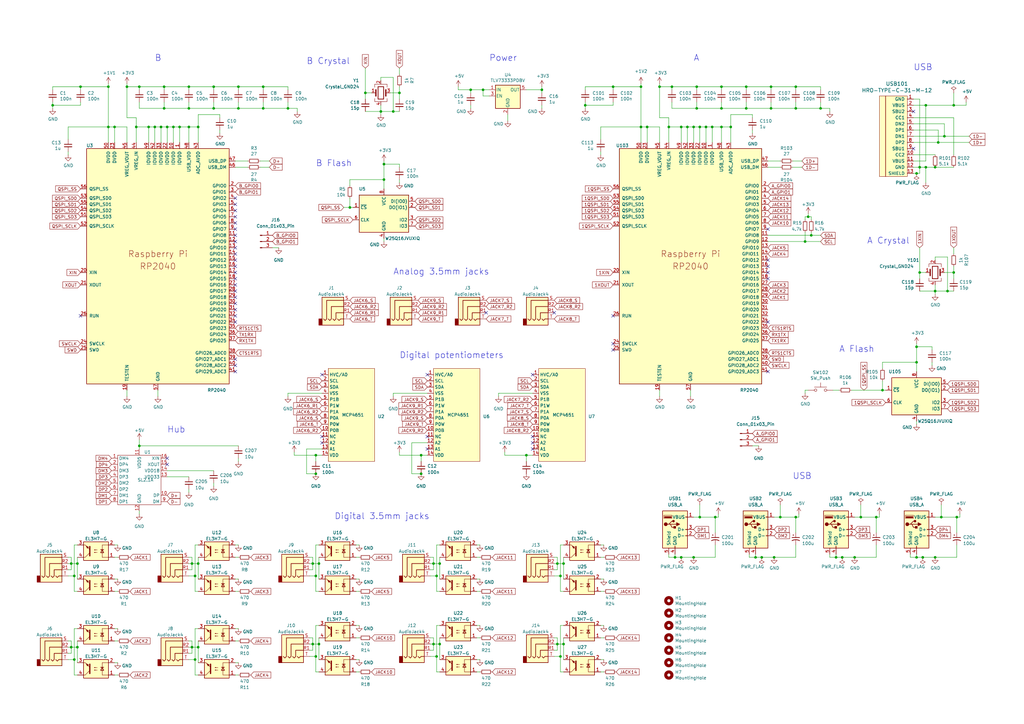
<source format=kicad_sch>
(kicad_sch (version 20230121) (generator eeschema)
  (paper "A3")
  (lib_symbols
    (symbol "+3V3_1" (power) (pin_names (offset 0))
      (property "Value" "+3V3_1" (at 0 3.556 0))
      (symbol "+3V3_1_1_1"
        (pin power_in line (at 0 0 90) (length 0) hide (name "+3V3") (number "1"))
      )
    )
    (symbol "+3V3_2" (power) (pin_names (offset 0))
      (property "Value" "+3V3_2" (at 0 3.556 0))
      (symbol "+3V3_2_1_1"
        (pin power_in line (at 0 0 90) (length 0) hide (name "+3V3") (number "1"))
      )
    )
    (symbol "+5V_1" (power) (pin_names (offset 0))
      (property "Value" "+5V_1" (at 0 3.556 0))
      (symbol "+5V_1_1_1"
        (pin power_in line (at 0 0 90) (length 0) hide (name "+5V") (number "1"))
      )
    )
    (symbol "Connector:Conn_01x03_Pin" (pin_names (offset 1.016) hide)
      (property "Reference" "J" (at 0 5.08 0))
      (property "Value" "Conn_01x03_Pin" (at 0 -5.08 0))
      (symbol "Conn_01x03_Pin_1_1"
        (pin passive line (at 5.08 2.54 180) (length 3.81) (name "Pin_1") (number "1"))
        (pin passive line (at 5.08 0 180) (length 3.81) (name "Pin_2") (number "2"))
        (pin passive line (at 5.08 -2.54 180) (length 3.81) (name "Pin_3") (number "3"))
      )
    )
    (symbol "Connector:USB_A" (pin_names (offset 1.016))
      (property "Reference" "J" (at -5.08 11.43 0))
      (property "Value" "USB_A" (at -5.08 8.89 0))
      (symbol "USB_A_1_1"
        (pin power_in line (at 7.62 5.08 180) (length 2.54) (name "VBUS") (number "1"))
        (pin bidirectional line (at 7.62 -2.54 180) (length 2.54) (name "D-") (number "2"))
        (pin bidirectional line (at 7.62 0 180) (length 2.54) (name "D+") (number "3"))
        (pin power_in line (at 0 -10.16 90) (length 2.54) (name "GND") (number "4"))
        (pin passive line (at -2.54 -10.16 90) (length 2.54) (name "Shield") (number "5"))
      )
    )
    (symbol "Connector_Audio:AudioJack4"
      (property "Reference" "J" (at 0 8.89 0))
      (property "Value" "AudioJack4" (at 0 6.35 0))
      (symbol "AudioJack4_1_1"
        (pin passive line (at 5.08 -2.54 180) (length 2.54) (name "~") (number "R1"))
        (pin passive line (at 5.08 0 180) (length 2.54) (name "~") (number "R2"))
        (pin passive line (at 5.08 2.54 180) (length 2.54) (name "~") (number "S"))
        (pin passive line (at 5.08 -5.08 180) (length 2.54) (name "~") (number "T"))
      )
    )
    (symbol "Device:C_Polarized_Small_US" (pin_numbers hide) (pin_names (offset 0.254) hide)
      (property "Reference" "C" (at 0.254 1.778 0))
      (property "Value" "C_Polarized_Small_US" (at 0.254 -2.032 0))
      (symbol "C_Polarized_Small_US_1_1"
        (pin passive line (at 0 2.54 270) (length 2.032) (name "~") (number "1"))
        (pin passive line (at 0 -2.54 90) (length 2.032) (name "~") (number "2"))
      )
    )
    (symbol "Device:C_Small" (pin_numbers hide) (pin_names (offset 0.254) hide)
      (property "Reference" "C" (at 0.254 1.778 0))
      (property "Value" "C_Small" (at 0.254 -2.032 0))
      (symbol "C_Small_1_1"
        (pin passive line (at 0 2.54 270) (length 2.032) (name "~") (number "1"))
        (pin passive line (at 0 -2.54 90) (length 2.032) (name "~") (number "2"))
      )
    )
    (symbol "Device:Crystal_GND24" (pin_names (offset 1.016) hide)
      (property "Reference" "Y" (at 3.175 5.08 0))
      (property "Value" "Crystal_GND24" (at 3.175 3.175 0))
      (symbol "Crystal_GND24_1_1"
        (pin passive line (at -3.81 0 0) (length 1.27) (name "1") (number "1"))
        (pin passive line (at 0 5.08 270) (length 1.27) (name "2") (number "2"))
        (pin passive line (at 3.81 0 180) (length 1.27) (name "3") (number "3"))
        (pin passive line (at 0 -5.08 90) (length 1.27) (name "4") (number "4"))
      )
    )
    (symbol "Device:R_Small" (pin_numbers hide) (pin_names (offset 0.254) hide)
      (property "Reference" "R" (at 0.762 0.508 0))
      (property "Value" "R_Small" (at 0.762 -1.016 0))
      (symbol "R_Small_1_1"
        (pin passive line (at 0 2.54 270) (length 0.762) (name "~") (number "1"))
        (pin passive line (at 0 -2.54 90) (length 0.762) (name "~") (number "2"))
      )
    )
    (symbol "GND_1" (power) (pin_names (offset 0))
      (property "Value" "GND_1" (at 0 -3.81 0))
      (symbol "GND_1_1_1"
        (pin power_in line (at 0 0 270) (length 0) hide (name "GND") (number "1"))
      )
    )
    (symbol "GND_2" (power) (pin_names (offset 0))
      (property "Value" "GND_2" (at 0 -3.81 0))
      (symbol "GND_2_1_1"
        (pin power_in line (at 0 0 270) (length 0) hide (name "GND") (number "1"))
      )
    )
    (symbol "GND_3" (power) (pin_names (offset 0))
      (property "Value" "GND_3" (at 0 -3.81 0))
      (symbol "GND_3_1_1"
        (pin power_in line (at 0 0 270) (length 0) hide (name "GND") (number "1"))
      )
    )
    (symbol "GND_4" (power) (pin_names (offset 0))
      (property "Value" "GND_4" (at 0 -3.81 0))
      (symbol "GND_4_1_1"
        (pin power_in line (at 0 0 270) (length 0) hide (name "GND") (number "1"))
      )
    )
    (symbol "GND_5" (power) (pin_names (offset 0))
      (property "Value" "GND_5" (at 0 -3.81 0))
      (symbol "GND_5_1_1"
        (pin power_in line (at 0 0 270) (length 0) hide (name "GND") (number "1"))
      )
    )
    (symbol "Isolator:PC817" (pin_names (offset 1.016))
      (property "Reference" "U" (at -5.08 5.08 0))
      (property "Value" "PC817" (at 0 5.08 0))
      (symbol "PC817_1_1"
        (pin passive line (at -7.62 2.54 0) (length 2.54) (name "~") (number "1"))
        (pin passive line (at -7.62 -2.54 0) (length 2.54) (name "~") (number "2"))
        (pin passive line (at 7.62 -2.54 180) (length 2.54) (name "~") (number "3"))
        (pin passive line (at 7.62 2.54 180) (length 2.54) (name "~") (number "4"))
      )
    )
    (symbol "MCP4651:MCP4651"
      (property "Reference" "U" (at 1.27 0 0))
      (symbol "MCP4651_1_1"
        (pin input line (at -11.43 16.51 0) (length 2.54) (name "HVC/A0") (number "1"))
        (pin input line (at -11.43 -6.35 0) (length 2.54) (name "P0B") (number "10"))
        (pin input line (at -11.43 -8.89 0) (length 2.54) (name "NC") (number "11"))
        (pin input line (at -11.43 -11.43 0) (length 2.54) (name "A2") (number "12"))
        (pin input line (at -11.43 -13.97 0) (length 2.54) (name "A1") (number "13"))
        (pin input line (at -11.43 -16.51 0) (length 2.54) (name "VDD") (number "14"))
        (pin input line (at -11.43 13.97 0) (length 2.54) (name "SCL") (number "2"))
        (pin input line (at -11.43 11.43 0) (length 2.54) (name "SDA") (number "3"))
        (pin input line (at -11.43 8.89 0) (length 2.54) (name "VSS") (number "4"))
        (pin input line (at -11.43 6.35 0) (length 2.54) (name "P1B") (number "5"))
        (pin input line (at -11.43 3.81 0) (length 2.54) (name "P1W") (number "6"))
        (pin input line (at -11.43 1.27 0) (length 2.54) (name "P1A") (number "7"))
        (pin input line (at -11.43 -1.27 0) (length 2.54) (name "P0A") (number "8"))
        (pin input line (at -11.43 -3.81 0) (length 2.54) (name "P0W") (number "9"))
      )
    )
    (symbol "Mechanical:MountingHole" (pin_names (offset 1.016))
      (property "Reference" "H" (at 0 5.08 0))
      (property "Value" "MountingHole" (at 0 3.175 0))
    )
    (symbol "Memory_Flash:W25Q128JVS"
      (property "Reference" "U" (at -8.89 8.89 0))
      (property "Value" "W25Q128JVS" (at 7.62 8.89 0))
      (symbol "W25Q128JVS_1_1"
        (pin input line (at -12.7 2.54 0) (length 2.54) (name "~{CS}") (number "1"))
        (pin bidirectional line (at 12.7 2.54 180) (length 2.54) (name "DO(IO1)") (number "2"))
        (pin bidirectional line (at 12.7 -2.54 180) (length 2.54) (name "IO2") (number "3"))
        (pin power_in line (at 0 -10.16 90) (length 2.54) (name "GND") (number "4"))
        (pin bidirectional line (at 12.7 5.08 180) (length 2.54) (name "DI(IO0)") (number "5"))
        (pin input line (at -12.7 -2.54 0) (length 2.54) (name "CLK") (number "6"))
        (pin bidirectional line (at 12.7 -5.08 180) (length 2.54) (name "IO3") (number "7"))
        (pin power_in line (at 0 10.16 270) (length 2.54) (name "VCC") (number "8"))
      )
    )
    (symbol "RP2040:RP2040" (pin_names (offset 1.016))
      (property "Reference" "U" (at -29.21 49.53 0))
      (property "Value" "RP2040" (at 24.13 -49.53 0))
      (symbol "RP2040_0_0"
        (text "Raspberry Pi" (at 0 5.08 0) (effects (font (size 2.54 2.54))))
        (text "RP2040" (at 0 0 0) (effects (font (size 2.54 2.54))))
      )
      (symbol "RP2040_1_1"
        (pin power_in line (at 8.89 50.8 270) (length 2.54) (name "IOVDD") (number "1"))
        (pin power_in line (at 6.35 50.8 270) (length 2.54) (name "IOVDD") (number "10"))
        (pin bidirectional line (at 31.75 12.7 180) (length 2.54) (name "GPIO8") (number "11"))
        (pin bidirectional line (at 31.75 10.16 180) (length 2.54) (name "GPIO9") (number "12"))
        (pin bidirectional line (at 31.75 7.62 180) (length 2.54) (name "GPIO10") (number "13"))
        (pin bidirectional line (at 31.75 5.08 180) (length 2.54) (name "GPIO11") (number "14"))
        (pin bidirectional line (at 31.75 2.54 180) (length 2.54) (name "GPIO12") (number "15"))
        (pin bidirectional line (at 31.75 0 180) (length 2.54) (name "GPIO13") (number "16"))
        (pin bidirectional line (at 31.75 -2.54 180) (length 2.54) (name "GPIO14") (number "17"))
        (pin bidirectional line (at 31.75 -5.08 180) (length 2.54) (name "GPIO15") (number "18"))
        (pin passive line (at -12.7 -50.8 90) (length 2.54) (name "TESTEN") (number "19"))
        (pin bidirectional line (at 31.75 33.02 180) (length 2.54) (name "GPIO0") (number "2"))
        (pin input line (at -31.75 -2.54 0) (length 2.54) (name "XIN") (number "20"))
        (pin passive line (at -31.75 -7.62 0) (length 2.54) (name "XOUT") (number "21"))
        (pin power_in line (at 3.81 50.8 270) (length 2.54) (name "IOVDD") (number "22"))
        (pin power_in line (at -17.78 50.8 270) (length 2.54) (name "DVDD") (number "23"))
        (pin output line (at -31.75 -31.75 0) (length 2.54) (name "SWCLK") (number "24"))
        (pin bidirectional line (at -31.75 -34.29 0) (length 2.54) (name "SWD") (number "25"))
        (pin input line (at -31.75 -20.32 0) (length 2.54) (name "RUN") (number "26"))
        (pin bidirectional line (at 31.75 -7.62 180) (length 2.54) (name "GPIO16") (number "27"))
        (pin bidirectional line (at 31.75 -10.16 180) (length 2.54) (name "GPIO17") (number "28"))
        (pin bidirectional line (at 31.75 -12.7 180) (length 2.54) (name "GPIO18") (number "29"))
        (pin bidirectional line (at 31.75 30.48 180) (length 2.54) (name "GPIO1") (number "3"))
        (pin bidirectional line (at 31.75 -15.24 180) (length 2.54) (name "GPIO19") (number "30"))
        (pin bidirectional line (at 31.75 -17.78 180) (length 2.54) (name "GPIO20") (number "31"))
        (pin bidirectional line (at 31.75 -20.32 180) (length 2.54) (name "GPIO21") (number "32"))
        (pin power_in line (at 1.27 50.8 270) (length 2.54) (name "IOVDD") (number "33"))
        (pin bidirectional line (at 31.75 -22.86 180) (length 2.54) (name "GPIO22") (number "34"))
        (pin bidirectional line (at 31.75 -25.4 180) (length 2.54) (name "GPIO23") (number "35"))
        (pin bidirectional line (at 31.75 -27.94 180) (length 2.54) (name "GPIO24") (number "36"))
        (pin bidirectional line (at 31.75 -30.48 180) (length 2.54) (name "GPIO25") (number "37"))
        (pin bidirectional line (at 31.75 -35.56 180) (length 2.54) (name "GPIO26_ADC0") (number "38"))
        (pin bidirectional line (at 31.75 -38.1 180) (length 2.54) (name "GPIO27_ADC1") (number "39"))
        (pin bidirectional line (at 31.75 27.94 180) (length 2.54) (name "GPIO2") (number "4"))
        (pin bidirectional line (at 31.75 -40.64 180) (length 2.54) (name "GPIO28_ADC2") (number "40"))
        (pin bidirectional line (at 31.75 -43.18 180) (length 2.54) (name "GPIO29_ADC3") (number "41"))
        (pin power_in line (at -1.27 50.8 270) (length 2.54) (name "IOVDD") (number "42"))
        (pin power_in line (at 16.51 50.8 270) (length 2.54) (name "ADC_AVDD") (number "43"))
        (pin power_in line (at -8.89 50.8 270) (length 2.54) (name "VREG_IN") (number "44"))
        (pin power_out line (at -12.7 50.8 270) (length 2.54) (name "VREG_VOUT") (number "45"))
        (pin bidirectional line (at 31.75 40.64 180) (length 2.54) (name "USB_DM") (number "46"))
        (pin bidirectional line (at 31.75 43.18 180) (length 2.54) (name "USB_DP") (number "47"))
        (pin power_in line (at 12.7 50.8 270) (length 2.54) (name "USB_VDD") (number "48"))
        (pin power_in line (at -3.81 50.8 270) (length 2.54) (name "IOVDD") (number "49"))
        (pin bidirectional line (at 31.75 25.4 180) (length 2.54) (name "GPIO3") (number "5"))
        (pin power_in line (at -20.32 50.8 270) (length 2.54) (name "DVDD") (number "50"))
        (pin bidirectional line (at -31.75 20.32 0) (length 2.54) (name "QSPI_SD3") (number "51"))
        (pin output line (at -31.75 16.51 0) (length 2.54) (name "QSPI_SCLK") (number "52"))
        (pin bidirectional line (at -31.75 27.94 0) (length 2.54) (name "QSPI_SD0") (number "53"))
        (pin bidirectional line (at -31.75 22.86 0) (length 2.54) (name "QSPI_SD2") (number "54"))
        (pin bidirectional line (at -31.75 25.4 0) (length 2.54) (name "QSPI_SD1") (number "55"))
        (pin bidirectional line (at -31.75 31.75 0) (length 2.54) (name "QSPI_SS") (number "56"))
        (pin power_in line (at 0 -50.8 90) (length 2.54) (name "GND") (number "57"))
        (pin bidirectional line (at 31.75 22.86 180) (length 2.54) (name "GPIO4") (number "6"))
        (pin bidirectional line (at 31.75 20.32 180) (length 2.54) (name "GPIO5") (number "7"))
        (pin bidirectional line (at 31.75 17.78 180) (length 2.54) (name "GPIO6") (number "8"))
        (pin bidirectional line (at 31.75 15.24 180) (length 2.54) (name "GPIO7") (number "9"))
      )
    )
    (symbol "Regulator_Linear:TLV73333PDBV" (pin_names (offset 0.254))
      (property "Reference" "U" (at -3.81 5.715 0))
      (property "Value" "TLV73333PDBV" (at 0 5.715 0))
      (symbol "TLV73333PDBV_1_1"
        (pin power_in line (at -7.62 2.54 0) (length 2.54) (name "IN") (number "1"))
        (pin power_in line (at 0 -7.62 90) (length 2.54) (name "GND") (number "2"))
        (pin input line (at -7.62 0 0) (length 2.54) (name "EN") (number "3"))
        (pin no_connect line (at 5.08 0 180) (length 2.54) hide (name "NC") (number "4"))
        (pin power_out line (at 7.62 2.54 180) (length 2.54) (name "OUT") (number "5"))
      )
    )
    (symbol "SL2.1A:SL2.1A"
      (property "Reference" "U" (at 0 0 0))
      (property "Value" "SL2.1A" (at 2.54 0 0))
      (symbol "SL2.1A_1_1"
        (pin bidirectional line (at -11.43 8.89 0) (length 2.54) (name "DM4") (number "1"))
        (pin bidirectional line (at 11.43 -6.35 180) (length 2.54) (name "DP") (number "10"))
        (pin power_in line (at 0 12.7 270) (length 2.54) (name "VDD5") (number "11"))
        (pin power_in line (at 0 -12.7 90) (length 2.54) (name "GND") (number "12"))
        (pin power_out line (at 11.43 1.27 180) (length 2.54) (name "VDD33") (number "13"))
        (pin power_out line (at 11.43 3.81 180) (length 2.54) (name "VDD18") (number "14"))
        (pin unspecified line (at 11.43 6.35 180) (length 2.54) (name "XOUT") (number "15"))
        (pin unspecified line (at 11.43 8.89 180) (length 2.54) (name "XIN") (number "16"))
        (pin bidirectional line (at -11.43 6.35 0) (length 2.54) (name "DP4") (number "2"))
        (pin bidirectional line (at -11.43 3.81 0) (length 2.54) (name "DM3") (number "3"))
        (pin bidirectional line (at -11.43 1.27 0) (length 2.54) (name "DP3") (number "4"))
        (pin bidirectional line (at -11.43 -1.27 0) (length 2.54) (name "DM2") (number "5"))
        (pin bidirectional line (at -11.43 -3.81 0) (length 2.54) (name "DP2") (number "6"))
        (pin bidirectional line (at -11.43 -6.35 0) (length 2.54) (name "DM1") (number "7"))
        (pin bidirectional line (at -11.43 -8.89 0) (length 2.54) (name "DP1") (number "8"))
        (pin bidirectional line (at 11.43 -8.89 180) (length 2.54) (name "DM") (number "9"))
      )
    )
    (symbol "Switch:SW_Push" (pin_numbers hide) (pin_names (offset 1.016) hide)
      (property "Reference" "SW" (at 1.27 2.54 0))
      (property "Value" "SW_Push" (at 0 -1.524 0))
      (symbol "SW_Push_0_1"
        (pin passive line (at -5.08 0 0) (length 2.54) (name "1") (number "1"))
        (pin passive line (at 5.08 0 180) (length 2.54) (name "2") (number "2"))
      )
    )
    (symbol "Type-C:HRO-TYPE-C-31-M-12" (pin_names (offset 1.016))
      (property "Reference" "USB" (at -5.08 16.51 0))
      (property "Value" "HRO-TYPE-C-31-M-12" (at -10.16 -1.27 90))
      (symbol "HRO-TYPE-C-31-M-12_1_1"
        (pin input line (at 2.54 13.97 180) (length 2.54) (name "GND") (number "1"))
        (pin input line (at 2.54 -8.89 180) (length 2.54) (name "CC2") (number "10"))
        (pin input line (at 2.54 -11.43 180) (length 2.54) (name "VBUS") (number "11"))
        (pin input line (at 2.54 -13.97 180) (length 2.54) (name "GND") (number "12"))
        (pin input line (at 2.54 -16.51 180) (length 2.54) (name "SHIELD") (number "13"))
        (pin input line (at 2.54 11.43 180) (length 2.54) (name "VBUS") (number "2"))
        (pin input line (at 2.54 8.89 180) (length 2.54) (name "SBU2") (number "3"))
        (pin input line (at 2.54 6.35 180) (length 2.54) (name "CC1") (number "4"))
        (pin input line (at 2.54 3.81 180) (length 2.54) (name "DN2") (number "5"))
        (pin input line (at 2.54 1.27 180) (length 2.54) (name "DP1") (number "6"))
        (pin input line (at 2.54 -1.27 180) (length 2.54) (name "DN1") (number "7"))
        (pin input line (at 2.54 -3.81 180) (length 2.54) (name "DP2") (number "8"))
        (pin input line (at 2.54 -6.35 180) (length 2.54) (name "SBU1") (number "9"))
      )
    )
    (symbol "power:+1V1" (power) (pin_names (offset 0))
      (property "Value" "+1V1" (at 0 3.556 0))
      (symbol "+1V1_1_1"
        (pin power_in line (at 0 0 90) (length 0) hide (name "+1V1") (number "1"))
      )
    )
    (symbol "power:+1V2" (power) (pin_names (offset 0))
      (property "Value" "+1V2" (at 0 3.556 0))
      (symbol "+1V2_1_1"
        (pin power_in line (at 0 0 90) (length 0) hide (name "+1V2") (number "1"))
      )
    )
    (symbol "power:+3V3" (power) (pin_names (offset 0))
      (property "Value" "+3V3" (at 0 3.556 0))
      (symbol "+3V3_1_1"
        (pin power_in line (at 0 0 90) (length 0) hide (name "+3V3") (number "1"))
      )
    )
    (symbol "power:+5V" (power) (pin_names (offset 0))
      (property "Value" "+5V" (at 0 3.556 0))
      (symbol "+5V_1_1"
        (pin power_in line (at 0 0 90) (length 0) hide (name "+5V") (number "1"))
      )
    )
    (symbol "power:GND" (power) (pin_names (offset 0))
      (property "Value" "GND" (at 0 -3.81 0))
      (symbol "GND_1_1"
        (pin power_in line (at 0 0 270) (length 0) hide (name "GND") (number "1"))
      )
    )
    (symbol "power:PWR_FLAG" (power) (pin_numbers hide) (pin_names (offset 0) hide)
      (property "Value" "PWR_FLAG" (at 0 3.81 0))
      (symbol "PWR_FLAG_0_0"
        (pin power_out line (at 0 0 90) (length 0) (name "pwr") (number "1"))
      )
    )
  )
  (junction (at 77.47 35.56))
  (junction (at 391.16 111.76))
  (junction (at 63.5 52.07))
  (junction (at 295.91 44.45))
  (junction (at 81.28 52.07))
  (junction (at 336.55 44.45))
  (junction (at 78.74 265.43))
  (junction (at 57.15 182.88))
  (junction (at 60.96 52.07))
  (junction (at 30.48 236.22))
  (junction (at 285.75 35.56))
  (junction (at 375.92 71.12))
  (junction (at 378.46 228.6))
  (junction (at 77.47 44.45))
  (junction (at 67.31 44.45))
  (junction (at 353.06 212.09))
  (junction (at 179.07 269.24))
  (junction (at 384.81 58.42))
  (junction (at 77.47 52.07))
  (junction (at 52.07 35.56))
  (junction (at 161.29 45.72))
  (junction (at 386.08 212.09))
  (junction (at 275.59 35.56))
  (junction (at 375.92 148.59))
  (junction (at 383.54 228.6))
  (junction (at 285.75 44.45))
  (junction (at 129.54 194.31))
  (junction (at 129.54 186.69))
  (junction (at 78.74 231.14))
  (junction (at 331.47 88.9))
  (junction (at 274.32 52.07))
  (junction (at 97.79 44.45))
  (junction (at 130.81 231.14))
  (junction (at 284.48 228.6))
  (junction (at 326.39 35.56))
  (junction (at 330.2 99.06))
  (junction (at 228.6 231.14))
  (junction (at 377.19 68.58))
  (junction (at 172.72 186.69))
  (junction (at 80.01 270.51))
  (junction (at 281.94 52.07))
  (junction (at 29.21 265.43))
  (junction (at 80.01 236.22))
  (junction (at 107.95 44.45))
  (junction (at 265.43 52.07))
  (junction (at 295.91 52.07))
  (junction (at 375.92 228.6))
  (junction (at 387.35 55.88))
  (junction (at 316.23 44.45))
  (junction (at 129.54 236.22))
  (junction (at 57.15 35.56))
  (junction (at 306.07 44.45))
  (junction (at 222.25 36.83))
  (junction (at 276.86 228.6))
  (junction (at 31.75 231.14))
  (junction (at 198.12 36.83))
  (junction (at 66.04 52.07))
  (junction (at 251.46 35.56))
  (junction (at 350.52 228.6))
  (junction (at 309.88 228.6))
  (junction (at 172.72 194.31))
  (junction (at 177.8 264.16))
  (junction (at 295.91 35.56))
  (junction (at 287.02 212.09))
  (junction (at 21.59 43.18))
  (junction (at 71.12 52.07))
  (junction (at 87.63 35.56))
  (junction (at 31.75 265.43))
  (junction (at 129.54 269.24))
  (junction (at 44.45 52.07))
  (junction (at 379.73 43.18))
  (junction (at 157.48 67.31))
  (junction (at 270.51 35.56))
  (junction (at 29.21 231.14))
  (junction (at 383.54 119.38))
  (junction (at 68.58 52.07))
  (junction (at 231.14 264.16))
  (junction (at 81.28 265.43))
  (junction (at 306.07 35.56))
  (junction (at 287.02 52.07))
  (junction (at 240.03 43.18))
  (junction (at 361.95 160.02))
  (junction (at 299.72 52.07))
  (junction (at 289.56 52.07))
  (junction (at 30.48 270.51))
  (junction (at 193.04 36.83))
  (junction (at 391.16 43.18))
  (junction (at 392.43 212.09))
  (junction (at 33.02 35.56))
  (junction (at 317.5 228.6))
  (junction (at 292.1 52.07))
  (junction (at 180.34 231.14))
  (junction (at 345.44 228.6))
  (junction (at 87.63 44.45))
  (junction (at 316.23 35.56))
  (junction (at 279.4 228.6))
  (junction (at 118.11 44.45))
  (junction (at 143.51 85.09))
  (junction (at 231.14 231.14))
  (junction (at 157.48 73.66))
  (junction (at 312.42 228.6))
  (junction (at 180.34 264.16))
  (junction (at 177.8 231.14))
  (junction (at 262.89 52.07))
  (junction (at 97.79 35.56))
  (junction (at 55.88 52.07))
  (junction (at 359.41 212.09))
  (junction (at 215.9 186.69))
  (junction (at 128.27 231.14))
  (junction (at 375.92 142.24))
  (junction (at 156.21 45.72))
  (junction (at 229.87 236.22))
  (junction (at 73.66 52.07))
  (junction (at 228.6 264.16))
  (junction (at 279.4 52.07))
  (junction (at 128.27 264.16))
  (junction (at 388.62 119.38))
  (junction (at 44.45 35.56))
  (junction (at 284.48 52.07))
  (junction (at 107.95 35.56))
  (junction (at 81.28 231.14))
  (junction (at 320.04 212.09))
  (junction (at 326.39 212.09))
  (junction (at 229.87 269.24))
  (junction (at 342.9 228.6))
  (junction (at 130.81 264.16))
  (junction (at 383.54 68.58))
  (junction (at 262.89 35.56))
  (junction (at 377.19 111.76))
  (junction (at 326.39 44.45))
  (junction (at 67.31 35.56))
  (junction (at 332.74 96.52))
  (junction (at 379.73 68.58))
  (junction (at 149.86 38.1))
  (junction (at 163.83 38.1))
  (junction (at 293.37 212.09))
  (junction (at 46.99 52.07))
  (junction (at 179.07 236.22))
  (no_connect (at 251.46 143.51))
  (no_connect (at 314.96 132.08))
  (no_connect (at 314.96 109.22))
  (no_connect (at 251.46 140.97))
  (no_connect (at 96.52 149.86))
  (no_connect (at 314.96 111.76))
  (no_connect (at 96.52 119.38))
  (no_connect (at 68.58 187.96))
  (no_connect (at 314.96 93.98))
  (no_connect (at 96.52 124.46))
  (no_connect (at 96.52 91.44))
  (no_connect (at 96.52 86.36))
  (no_connect (at 314.96 114.3))
  (no_connect (at 96.52 96.52))
  (no_connect (at 96.52 81.28))
  (no_connect (at 175.26 184.15))
  (no_connect (at 251.46 129.54))
  (no_connect (at 218.44 153.67))
  (no_connect (at 175.26 153.67))
  (no_connect (at 96.52 101.6))
  (no_connect (at 314.96 106.68))
  (no_connect (at 314.96 152.4))
  (no_connect (at 96.52 93.98))
  (no_connect (at 132.08 179.07))
  (no_connect (at 227.33 128.27))
  (no_connect (at 68.58 190.5))
  (no_connect (at 132.08 181.61))
  (no_connect (at 96.52 147.32))
  (no_connect (at 96.52 121.92))
  (no_connect (at 199.39 128.27))
  (no_connect (at 96.52 104.14))
  (no_connect (at 175.26 179.07))
  (no_connect (at 96.52 116.84))
  (no_connect (at 96.52 132.08))
  (no_connect (at 218.44 184.15))
  (no_connect (at 96.52 99.06))
  (no_connect (at 96.52 127))
  (no_connect (at 132.08 153.67))
  (no_connect (at 374.65 60.96))
  (no_connect (at 96.52 129.54))
  (no_connect (at 96.52 114.3))
  (no_connect (at 33.02 129.54))
  (no_connect (at 218.44 181.61))
  (no_connect (at 96.52 106.68))
  (no_connect (at 96.52 109.22))
  (no_connect (at 374.65 45.72))
  (no_connect (at 96.52 83.82))
  (no_connect (at 96.52 111.76))
  (no_connect (at 218.44 179.07))
  (no_connect (at 96.52 152.4))
  (no_connect (at 96.52 88.9))
  (wire (pts (xy 180.34 223.52) (xy 179.07 223.52)))
  (wire (pts (xy 96.52 276.86) (xy 97.79 276.86)))
  (wire (pts (xy 341.63 160.02) (xy 344.17 160.02)))
  (wire (pts (xy 57.15 36.83) (xy 57.15 35.56)))
  (wire (pts (xy 228.6 264.16) (xy 227.33 264.16)))
  (wire (pts (xy 161.29 161.29) (xy 161.29 162.56)))
  (wire (pts (xy 281.94 52.07) (xy 284.48 52.07)))
  (wire (pts (xy 330.2 160.02) (xy 331.47 160.02)))
  (wire (pts (xy 292.1 52.07) (xy 295.91 52.07)))
  (wire (pts (xy 227.33 261.62) (xy 228.6 261.62)))
  (wire (pts (xy 71.12 52.07) (xy 73.66 52.07)))
  (wire (pts (xy 146.05 270.51) (xy 147.32 270.51)))
  (wire (pts (xy 52.07 35.56) (xy 57.15 35.56)))
  (wire (pts (xy 246.38 62.23) (xy 246.38 63.5)))
  (wire (pts (xy 156.21 31.75) (xy 161.29 31.75)))
  (wire (pts (xy 287.02 52.07) (xy 289.56 52.07)))
  (wire (pts (xy 180.34 228.6) (xy 180.34 231.14)))
  (wire (pts (xy 228.6 261.62) (xy 228.6 264.16)))
  (wire (pts (xy 172.72 186.69) (xy 172.72 189.23)))
  (wire (pts (xy 306.07 36.83) (xy 306.07 35.56)))
  (wire (pts (xy 80.01 223.52) (xy 80.01 236.22)))
  (wire (pts (xy 121.92 44.45) (xy 121.92 45.72)))
  (wire (pts (xy 180.34 256.54) (xy 179.07 256.54)))
  (wire (pts (xy 327.66 212.09) (xy 327.66 210.82)))
  (wire (pts (xy 342.9 227.33) (xy 342.9 228.6)))
  (wire (pts (xy 227.33 266.7) (xy 228.6 266.7)))
  (wire (pts (xy 29.21 231.14) (xy 27.94 231.14)))
  (wire (pts (xy 392.43 212.09) (xy 393.7 212.09)))
  (wire (pts (xy 29.21 231.14) (xy 31.75 231.14)))
  (wire (pts (xy 77.47 35.56) (xy 87.63 35.56)))
  (wire (pts (xy 78.74 265.43) (xy 78.74 267.97)))
  (wire (pts (xy 379.73 43.18) (xy 391.16 43.18)))
  (wire (pts (xy 361.95 156.21) (xy 361.95 160.02)))
  (wire (pts (xy 55.88 52.07) (xy 60.96 52.07)))
  (wire (pts (xy 276.86 227.33) (xy 276.86 228.6)))
  (wire (pts (xy 97.79 35.56) (xy 107.95 35.56)))
  (wire (pts (xy 97.79 44.45) (xy 107.95 44.45)))
  (wire (pts (xy 80.01 236.22) (xy 80.01 242.57)))
  (wire (pts (xy 276.86 228.6) (xy 279.4 228.6)))
  (wire (pts (xy 68.58 193.04) (xy 87.63 193.04)))
  (wire (pts (xy 27.94 270.51) (xy 30.48 270.51)))
  (wire (pts (xy 125.73 184.15) (xy 125.73 194.31)))
  (wire (pts (xy 391.16 38.1) (xy 391.16 43.18)))
  (wire (pts (xy 146.05 242.57) (xy 147.32 242.57)))
  (wire (pts (xy 377.19 119.38) (xy 383.54 119.38)))
  (wire (pts (xy 326.39 44.45) (xy 336.55 44.45)))
  (wire (pts (xy 195.58 261.62) (xy 196.85 261.62)))
  (wire (pts (xy 128.27 231.14) (xy 130.81 231.14)))
  (wire (pts (xy 316.23 35.56) (xy 326.39 35.56)))
  (wire (pts (xy 52.07 160.02) (xy 52.07 162.56)))
  (wire (pts (xy 132.08 184.15) (xy 125.73 184.15)))
  (wire (pts (xy 87.63 41.91) (xy 87.63 44.45)))
  (wire (pts (xy 30.48 276.86) (xy 31.75 276.86)))
  (wire (pts (xy 129.54 223.52) (xy 129.54 236.22)))
  (wire (pts (xy 163.83 73.66) (xy 163.83 74.93)))
  (wire (pts (xy 240.03 43.18) (xy 251.46 43.18)))
  (wire (pts (xy 215.9 36.83) (xy 222.25 36.83)))
  (wire (pts (xy 78.74 265.43) (xy 81.28 265.43)))
  (wire (pts (xy 240.03 35.56) (xy 251.46 35.56)))
  (wire (pts (xy 156.21 33.02) (xy 156.21 31.75)))
  (wire (pts (xy 392.43 212.09) (xy 392.43 218.44)))
  (wire (pts (xy 353.06 212.09) (xy 359.41 212.09)))
  (wire (pts (xy 96.52 237.49) (xy 97.79 237.49)))
  (wire (pts (xy 283.21 160.02) (xy 283.21 162.56)))
  (wire (pts (xy 97.79 36.83) (xy 97.79 35.56)))
  (wire (pts (xy 326.39 212.09) (xy 327.66 212.09)))
  (wire (pts (xy 359.41 212.09) (xy 359.41 218.44)))
  (wire (pts (xy 222.25 36.83) (xy 222.25 38.1)))
  (wire (pts (xy 78.74 231.14) (xy 77.47 231.14)))
  (wire (pts (xy 392.43 223.52) (xy 392.43 228.6)))
  (wire (pts (xy 31.75 228.6) (xy 31.75 231.14)))
  (wire (pts (xy 229.87 236.22) (xy 229.87 242.57)))
  (wire (pts (xy 157.48 97.79) (xy 157.48 99.06)))
  (wire (pts (xy 161.29 31.75) (xy 161.29 45.72)))
  (wire (pts (xy 96.52 242.57) (xy 97.79 242.57)))
  (wire (pts (xy 200.66 36.83) (xy 198.12 36.83)))
  (wire (pts (xy 107.95 44.45) (xy 118.11 44.45)))
  (wire (pts (xy 285.75 41.91) (xy 285.75 44.45)))
  (wire (pts (xy 295.91 58.42) (xy 295.91 52.07)))
  (wire (pts (xy 87.63 35.56) (xy 97.79 35.56)))
  (wire (pts (xy 81.28 52.07) (xy 81.28 58.42)))
  (wire (pts (xy 377.19 101.6) (xy 377.19 111.76)))
  (wire (pts (xy 228.6 231.14) (xy 231.14 231.14)))
  (wire (pts (xy 44.45 52.07) (xy 44.45 58.42)))
  (wire (pts (xy 330.2 99.06) (xy 336.55 99.06)))
  (wire (pts (xy 78.74 228.6) (xy 78.74 231.14)))
  (wire (pts (xy 279.4 52.07) (xy 281.94 52.07)))
  (wire (pts (xy 118.11 36.83) (xy 118.11 35.56)))
  (wire (pts (xy 388.62 105.41) (xy 388.62 119.38)))
  (wire (pts (xy 118.11 41.91) (xy 118.11 44.45)))
  (wire (pts (xy 215.9 186.69) (xy 215.9 189.23)))
  (wire (pts (xy 309.88 227.33) (xy 309.88 228.6)))
  (wire (pts (xy 179.07 242.57) (xy 180.34 242.57)))
  (wire (pts (xy 265.43 52.07) (xy 270.51 52.07)))
  (wire (pts (xy 157.48 67.31) (xy 163.83 67.31)))
  (wire (pts (xy 127 228.6) (xy 128.27 228.6)))
  (wire (pts (xy 336.55 41.91) (xy 336.55 44.45)))
  (wire (pts (xy 314.96 68.58) (xy 320.04 68.58)))
  (wire (pts (xy 326.39 36.83) (xy 326.39 35.56)))
  (wire (pts (xy 143.51 85.09) (xy 144.78 85.09)))
  (wire (pts (xy 379.73 66.04) (xy 374.65 66.04)))
  (wire (pts (xy 73.66 58.42) (xy 73.66 52.07)))
  (wire (pts (xy 279.4 58.42) (xy 279.4 52.07)))
  (wire (pts (xy 29.21 262.89) (xy 29.21 265.43)))
  (wire (pts (xy 77.47 236.22) (xy 80.01 236.22)))
  (wire (pts (xy 293.37 212.09) (xy 293.37 218.44)))
  (wire (pts (xy 336.55 44.45) (xy 340.36 44.45)))
  (wire (pts (xy 46.99 262.89) (xy 48.26 262.89)))
  (wire (pts (xy 179.07 236.22) (xy 179.07 242.57)))
  (wire (pts (xy 129.54 242.57) (xy 130.81 242.57)))
  (wire (pts (xy 397.51 55.88) (xy 387.35 55.88)))
  (wire (pts (xy 120.65 186.69) (xy 129.54 186.69)))
  (wire (pts (xy 146.05 223.52) (xy 147.32 223.52)))
  (wire (pts (xy 33.02 43.18) (xy 33.02 41.91)))
  (wire (pts (xy 295.91 36.83) (xy 295.91 35.56)))
  (wire (pts (xy 30.48 257.81) (xy 30.48 270.51)))
  (wire (pts (xy 391.16 68.58) (xy 383.54 68.58)))
  (wire (pts (xy 78.74 231.14) (xy 78.74 233.68)))
  (wire (pts (xy 60.96 52.07) (xy 63.5 52.07)))
  (wire (pts (xy 193.04 36.83) (xy 198.12 36.83)))
  (wire (pts (xy 265.43 52.07) (xy 265.43 58.42)))
  (wire (pts (xy 157.48 73.66) (xy 157.48 77.47)))
  (wire (pts (xy 46.99 276.86) (xy 48.26 276.86)))
  (wire (pts (xy 383.54 106.68) (xy 383.54 105.41)))
  (wire (pts (xy 294.64 212.09) (xy 294.64 210.82)))
  (wire (pts (xy 77.47 58.42) (xy 77.47 52.07)))
  (wire (pts (xy 340.36 44.45) (xy 340.36 45.72)))
  (wire (pts (xy 246.38 261.62) (xy 247.65 261.62)))
  (wire (pts (xy 373.38 227.33) (xy 373.38 228.6)))
  (wire (pts (xy 143.51 73.66) (xy 157.48 73.66)))
  (wire (pts (xy 96.52 68.58) (xy 101.6 68.58)))
  (wire (pts (xy 299.72 52.07) (xy 299.72 58.42)))
  (wire (pts (xy 391.16 111.76) (xy 391.16 114.3)))
  (wire (pts (xy 179.07 223.52) (xy 179.07 236.22)))
  (wire (pts (xy 386.08 212.09) (xy 392.43 212.09)))
  (wire (pts (xy 128.27 231.14) (xy 127 231.14)))
  (wire (pts (xy 246.38 270.51) (xy 247.65 270.51)))
  (wire (pts (xy 375.92 228.6) (xy 378.46 228.6)))
  (wire (pts (xy 320.04 207.01) (xy 320.04 212.09)))
  (wire (pts (xy 177.8 261.62) (xy 177.8 264.16)))
  (wire (pts (xy 246.38 57.15) (xy 246.38 52.07)))
  (wire (pts (xy 52.07 52.07) (xy 52.07 58.42)))
  (wire (pts (xy 320.04 212.09) (xy 326.39 212.09)))
  (wire (pts (xy 293.37 212.09) (xy 294.64 212.09)))
  (wire (pts (xy 168.91 181.61) (xy 168.91 194.31)))
  (wire (pts (xy 160.02 38.1) (xy 163.83 38.1)))
  (wire (pts (xy 120.65 185.42) (xy 120.65 186.69)))
  (wire (pts (xy 228.6 231.14) (xy 228.6 233.68)))
  (wire (pts (xy 379.73 43.18) (xy 379.73 66.04)))
  (wire (pts (xy 326.39 228.6) (xy 317.5 228.6)))
  (wire (pts (xy 156.21 43.18) (xy 156.21 45.72)))
  (wire (pts (xy 66.04 52.07) (xy 68.58 52.07)))
  (wire (pts (xy 161.29 45.72) (xy 156.21 45.72)))
  (wire (pts (xy 149.86 38.1) (xy 149.86 40.64)))
  (wire (pts (xy 176.53 233.68) (xy 177.8 233.68)))
  (wire (pts (xy 163.83 38.1) (xy 163.83 40.64)))
  (wire (pts (xy 127 269.24) (xy 129.54 269.24)))
  (wire (pts (xy 77.47 41.91) (xy 77.47 44.45)))
  (wire (pts (xy 383.54 116.84) (xy 383.54 119.38)))
  (wire (pts (xy 81.28 231.14) (xy 81.28 237.49)))
  (wire (pts (xy 130.81 223.52) (xy 129.54 223.52)))
  (wire (pts (xy 195.58 275.59) (xy 196.85 275.59)))
  (wire (pts (xy 391.16 43.18) (xy 396.24 43.18)))
  (wire (pts (xy 175.26 181.61) (xy 168.91 181.61)))
  (wire (pts (xy 81.28 46.99) (xy 90.17 46.99)))
  (wire (pts (xy 379.73 111.76) (xy 377.19 111.76)))
  (wire (pts (xy 231.14 231.14) (xy 231.14 237.49)))
  (wire (pts (xy 132.08 161.29) (xy 118.11 161.29)))
  (wire (pts (xy 359.41 212.09) (xy 360.68 212.09)))
  (wire (pts (xy 29.21 265.43) (xy 27.94 265.43)))
  (wire (pts (xy 96.52 262.89) (xy 97.79 262.89)))
  (wire (pts (xy 21.59 35.56) (xy 33.02 35.56)))
  (wire (pts (xy 295.91 44.45) (xy 306.07 44.45)))
  (wire (pts (xy 176.53 269.24) (xy 179.07 269.24)))
  (wire (pts (xy 387.35 111.76) (xy 391.16 111.76)))
  (wire (pts (xy 270.51 35.56) (xy 275.59 35.56)))
  (wire (pts (xy 127 266.7) (xy 128.27 266.7)))
  (wire (pts (xy 177.8 264.16) (xy 176.53 264.16)))
  (wire (pts (xy 274.32 52.07) (xy 274.32 48.26)))
  (wire (pts (xy 308.61 48.26) (xy 308.61 46.99)))
  (wire (pts (xy 332.74 95.25) (xy 332.74 96.52)))
  (wire (pts (xy 228.6 228.6) (xy 228.6 231.14)))
  (wire (pts (xy 55.88 58.42) (xy 55.88 52.07)))
  (wire (pts (xy 77.47 44.45) (xy 87.63 44.45)))
  (wire (pts (xy 163.83 38.1) (xy 163.83 35.56)))
  (wire (pts (xy 46.99 271.78) (xy 48.26 271.78)))
  (wire (pts (xy 374.65 55.88) (xy 387.35 55.88)))
  (wire (pts (xy 326.39 212.09) (xy 326.39 218.44)))
  (wire (pts (xy 96.52 228.6) (xy 97.79 228.6)))
  (wire (pts (xy 163.83 30.48) (xy 163.83 27.94)))
  (wire (pts (xy 30.48 242.57) (xy 31.75 242.57)))
  (wire (pts (xy 240.03 41.91) (xy 240.03 43.18)))
  (wire (pts (xy 176.53 261.62) (xy 177.8 261.62)))
  (wire (pts (xy 193.04 43.18) (xy 193.04 44.45)))
  (wire (pts (xy 179.07 269.24) (xy 179.07 275.59)))
  (wire (pts (xy 33.02 36.83) (xy 33.02 35.56)))
  (wire (pts (xy 314.96 66.04) (xy 320.04 66.04)))
  (wire (pts (xy 374.65 43.18) (xy 379.73 43.18)))
  (wire (pts (xy 387.35 50.8) (xy 387.35 55.88)))
  (wire (pts (xy 21.59 43.18) (xy 21.59 44.45)))
  (wire (pts (xy 128.27 264.16) (xy 130.81 264.16)))
  (wire (pts (xy 229.87 256.54) (xy 229.87 269.24)))
  (wire (pts (xy 227.33 236.22) (xy 229.87 236.22)))
  (wire (pts (xy 87.63 199.39) (xy 87.63 198.12)))
  (wire (pts (xy 377.19 68.58) (xy 379.73 68.58)))
  (wire (pts (xy 275.59 35.56) (xy 285.75 35.56)))
  (wire (pts (xy 307.34 227.33) (xy 307.34 228.6)))
  (wire (pts (xy 274.32 58.42) (xy 274.32 52.07)))
  (wire (pts (xy 80.01 257.81) (xy 80.01 270.51)))
  (wire (pts (xy 397.51 58.42) (xy 384.81 58.42)))
  (wire (pts (xy 274.32 52.07) (xy 279.4 52.07)))
  (wire (pts (xy 143.51 81.28) (xy 143.51 85.09)))
  (wire (pts (xy 359.41 223.52) (xy 359.41 228.6)))
  (wire (pts (xy 331.47 88.9) (xy 332.74 88.9)))
  (wire (pts (xy 163.83 67.31) (xy 163.83 68.58)))
  (wire (pts (xy 67.31 36.83) (xy 67.31 35.56)))
  (wire (pts (xy 63.5 58.42) (xy 63.5 52.07)))
  (wire (pts (xy 382.27 142.24) (xy 382.27 143.51)))
  (wire (pts (xy 80.01 270.51) (xy 80.01 276.86)))
  (wire (pts (xy 275.59 41.91) (xy 275.59 44.45)))
  (wire (pts (xy 285.75 36.83) (xy 285.75 35.56)))
  (wire (pts (xy 285.75 44.45) (xy 295.91 44.45)))
  (wire (pts (xy 228.6 264.16) (xy 228.6 266.7)))
  (wire (pts (xy 31.75 223.52) (xy 30.48 223.52)))
  (wire (pts (xy 67.31 35.56) (xy 77.47 35.56)))
  (wire (pts (xy 325.12 68.58) (xy 328.93 68.58)))
  (wire (pts (xy 57.15 180.34) (xy 57.15 182.88)))
  (wire (pts (xy 125.73 194.31) (xy 129.54 194.31)))
  (wire (pts (xy 140.97 85.09) (xy 143.51 85.09)))
  (wire (pts (xy 156.21 45.72) (xy 156.21 46.99)))
  (wire (pts (xy 240.03 43.18) (xy 240.03 44.45)))
  (wire (pts (xy 57.15 210.82) (xy 57.15 209.55)))
  (wire (pts (xy 316.23 44.45) (xy 326.39 44.45)))
  (wire (pts (xy 30.48 236.22) (xy 30.48 242.57)))
  (wire (pts (xy 68.58 195.58) (xy 77.47 195.58)))
  (wire (pts (xy 386.08 207.01) (xy 386.08 212.09)))
  (wire (pts (xy 130.81 228.6) (xy 130.81 231.14)))
  (wire (pts (xy 295.91 52.07) (xy 299.72 52.07)))
  (wire (pts (xy 246.38 275.59) (xy 247.65 275.59)))
  (wire (pts (xy 331.47 88.9) (xy 331.47 87.63)))
  (wire (pts (xy 63.5 52.07) (xy 66.04 52.07)))
  (wire (pts (xy 111.76 101.6) (xy 114.3 101.6)))
  (wire (pts (xy 146.05 256.54) (xy 147.32 256.54)))
  (wire (pts (xy 289.56 52.07) (xy 292.1 52.07)))
  (wire (pts (xy 46.99 52.07) (xy 46.99 58.42)))
  (wire (pts (xy 127 236.22) (xy 129.54 236.22)))
  (wire (pts (xy 29.21 231.14) (xy 29.21 233.68)))
  (wire (pts (xy 285.75 35.56) (xy 295.91 35.56)))
  (wire (pts (xy 177.8 228.6) (xy 177.8 231.14)))
  (wire (pts (xy 391.16 48.26) (xy 391.16 63.5)))
  (wire (pts (xy 57.15 35.56) (xy 67.31 35.56)))
  (wire (pts (xy 227.33 233.68) (xy 228.6 233.68)))
  (wire (pts (xy 375.92 227.33) (xy 375.92 228.6)))
  (wire (pts (xy 107.95 41.91) (xy 107.95 44.45)))
  (wire (pts (xy 129.54 256.54) (xy 129.54 269.24)))
  (wire (pts (xy 246.38 256.54) (xy 247.65 256.54)))
  (wire (pts (xy 118.11 161.29) (xy 118.11 162.56)))
  (wire (pts (xy 284.48 58.42) (xy 284.48 52.07)))
  (wire (pts (xy 229.87 223.52) (xy 229.87 236.22)))
  (wire (pts (xy 262.89 35.56) (xy 262.89 52.07)))
  (wire (pts (xy 87.63 36.83) (xy 87.63 35.56)))
  (wire (pts (xy 289.56 58.42) (xy 289.56 52.07)))
  (wire (pts (xy 27.94 262.89) (xy 29.21 262.89)))
  (wire (pts (xy 384.81 53.34) (xy 384.81 58.42)))
  (wire (pts (xy 375.92 148.59) (xy 375.92 152.4)))
  (wire (pts (xy 80.01 242.57) (xy 81.28 242.57)))
  (wire (pts (xy 231.14 261.62) (xy 231.14 264.16)))
  (wire (pts (xy 96.52 66.04) (xy 101.6 66.04)))
  (wire (pts (xy 177.8 231.14) (xy 180.34 231.14)))
  (wire (pts (xy 57.15 182.88) (xy 97.79 182.88)))
  (wire (pts (xy 374.65 40.64) (xy 377.19 40.64)))
  (wire (pts (xy 229.87 269.24) (xy 229.87 275.59)))
  (wire (pts (xy 118.11 44.45) (xy 121.92 44.45)))
  (wire (pts (xy 77.47 201.93) (xy 77.47 200.66)))
  (wire (pts (xy 77.47 233.68) (xy 78.74 233.68)))
  (wire (pts (xy 149.86 45.72) (xy 156.21 45.72)))
  (wire (pts (xy 67.31 44.45) (xy 57.15 44.45)))
  (wire (pts (xy 77.47 262.89) (xy 78.74 262.89)))
  (wire (pts (xy 127 261.62) (xy 128.27 261.62)))
  (wire (pts (xy 342.9 228.6) (xy 345.44 228.6)))
  (wire (pts (xy 222.25 43.18) (xy 222.25 44.45)))
  (wire (pts (xy 128.27 231.14) (xy 128.27 233.68)))
  (wire (pts (xy 391.16 111.76) (xy 391.16 109.22)))
  (wire (pts (xy 68.58 58.42) (xy 68.58 52.07)))
  (wire (pts (xy 374.65 68.58) (xy 377.19 68.58)))
  (wire (pts (xy 208.28 46.99) (xy 208.28 49.53)))
  (wire (pts (xy 295.91 41.91) (xy 295.91 44.45)))
  (wire (pts (xy 275.59 36.83) (xy 275.59 35.56)))
  (wire (pts (xy 353.06 207.01) (xy 353.06 212.09)))
  (wire (pts (xy 129.54 236.22) (xy 129.54 242.57)))
  (wire (pts (xy 270.51 48.26) (xy 270.51 35.56)))
  (wire (pts (xy 222.25 35.56) (xy 222.25 36.83)))
  (wire (pts (xy 67.31 41.91) (xy 67.31 44.45)))
  (wire (pts (xy 193.04 38.1) (xy 193.04 36.83)))
  (wire (pts (xy 274.32 48.26) (xy 270.51 48.26)))
  (wire (pts (xy 66.04 58.42) (xy 66.04 52.07)))
  (wire (pts (xy 361.95 148.59) (xy 375.92 148.59)))
  (wire (pts (xy 87.63 44.45) (xy 97.79 44.45)))
  (wire (pts (xy 396.24 43.18) (xy 396.24 41.91)))
  (wire (pts (xy 27.94 267.97) (xy 29.21 267.97)))
  (wire (pts (xy 157.48 67.31) (xy 157.48 66.04)))
  (wire (pts (xy 77.47 228.6) (xy 78.74 228.6)))
  (wire (pts (xy 308.61 182.88) (xy 311.15 182.88)))
  (wire (pts (xy 306.07 44.45) (xy 316.23 44.45)))
  (wire (pts (xy 287.02 207.01) (xy 287.02 212.09)))
  (wire (pts (xy 81.28 46.99) (xy 81.28 52.07)))
  (wire (pts (xy 374.65 53.34) (xy 384.81 53.34)))
  (wire (pts (xy 130.81 256.54) (xy 129.54 256.54)))
  (wire (pts (xy 200.66 39.37) (xy 198.12 39.37)))
  (wire (pts (xy 177.8 231.14) (xy 177.8 233.68)))
  (wire (pts (xy 207.01 185.42) (xy 207.01 186.69)))
  (wire (pts (xy 81.28 257.81) (xy 80.01 257.81)))
  (wire (pts (xy 46.99 242.57) (xy 48.26 242.57)))
  (wire (pts (xy 228.6 231.14) (xy 227.33 231.14)))
  (wire (pts (xy 359.41 228.6) (xy 350.52 228.6)))
  (wire (pts (xy 195.58 270.51) (xy 196.85 270.51)))
  (wire (pts (xy 287.02 212.09) (xy 293.37 212.09)))
  (wire (pts (xy 81.28 265.43) (xy 81.28 271.78)))
  (wire (pts (xy 379.73 68.58) (xy 383.54 68.58)))
  (wire (pts (xy 377.19 40.64) (xy 377.19 68.58)))
  (wire (pts (xy 325.12 66.04) (xy 328.93 66.04)))
  (wire (pts (xy 330.2 95.25) (xy 330.2 99.06)))
  (wire (pts (xy 374.65 58.42) (xy 384.81 58.42)))
  (wire (pts (xy 377.19 68.58) (xy 377.19 71.12)))
  (wire (pts (xy 52.07 48.26) (xy 52.07 35.56)))
  (wire (pts (xy 21.59 36.83) (xy 21.59 35.56)))
  (wire (pts (xy 349.25 160.02) (xy 361.95 160.02)))
  (wire (pts (xy 78.74 265.43) (xy 77.47 265.43)))
  (wire (pts (xy 314.96 99.06) (xy 330.2 99.06)))
  (wire (pts (xy 77.47 267.97) (xy 78.74 267.97)))
  (wire (pts (xy 299.72 46.99) (xy 308.61 46.99)))
  (wire (pts (xy 96.52 223.52) (xy 97.79 223.52)))
  (wire (pts (xy 129.54 186.69) (xy 129.54 189.23)))
  (wire (pts (xy 195.58 256.54) (xy 196.85 256.54)))
  (wire (pts (xy 128.27 261.62) (xy 128.27 264.16)))
  (wire (pts (xy 361.95 160.02) (xy 363.22 160.02)))
  (wire (pts (xy 308.61 53.34) (xy 308.61 54.61)))
  (wire (pts (xy 240.03 36.83) (xy 240.03 35.56)))
  (wire (pts (xy 46.99 237.49) (xy 48.26 237.49)))
  (wire (pts (xy 143.51 76.2) (xy 143.51 73.66)))
  (wire (pts (xy 340.36 228.6) (xy 342.9 228.6)))
  (wire (pts (xy 163.83 185.42) (xy 163.83 186.69)))
  (wire (pts (xy 29.21 265.43) (xy 31.75 265.43)))
  (wire (pts (xy 270.51 52.07) (xy 270.51 58.42)))
  (wire (pts (xy 195.58 223.52) (xy 196.85 223.52)))
  (wire (pts (xy 187.96 36.83) (xy 193.04 36.83)))
  (wire (pts (xy 97.79 41.91) (xy 97.79 44.45)))
  (wire (pts (xy 179.07 275.59) (xy 180.34 275.59)))
  (wire (pts (xy 375.92 142.24) (xy 375.92 140.97)))
  (wire (pts (xy 177.8 264.16) (xy 180.34 264.16)))
  (wire (pts (xy 383.54 119.38) (xy 383.54 120.65)))
  (wire (pts (xy 314.96 96.52) (xy 332.74 96.52)))
  (wire (pts (xy 176.53 228.6) (xy 177.8 228.6)))
  (wire (pts (xy 127 233.68) (xy 128.27 233.68)))
  (wire (pts (xy 80.01 276.86) (xy 81.28 276.86)))
  (wire (pts (xy 330.2 88.9) (xy 331.47 88.9)))
  (wire (pts (xy 27.94 57.15) (xy 27.94 52.07)))
  (wire (pts (xy 68.58 52.07) (xy 71.12 52.07)))
  (wire (pts (xy 281.94 58.42) (xy 281.94 52.07)))
  (wire (pts (xy 279.4 228.6) (xy 284.48 228.6)))
  (wire (pts (xy 391.16 104.14) (xy 391.16 101.6)))
  (wire (pts (xy 78.74 231.14) (xy 81.28 231.14)))
  (wire (pts (xy 31.75 265.43) (xy 31.75 271.78)))
  (wire (pts (xy 229.87 242.57) (xy 231.14 242.57)))
  (wire (pts (xy 77.47 270.51) (xy 80.01 270.51)))
  (wire (pts (xy 361.95 151.13) (xy 361.95 148.59)))
  (wire (pts (xy 29.21 228.6) (xy 29.21 231.14)))
  (wire (pts (xy 128.27 264.16) (xy 127 264.16)))
  (wire (pts (xy 293.37 228.6) (xy 284.48 228.6)))
  (wire (pts (xy 44.45 52.07) (xy 46.99 52.07)))
  (wire (pts (xy 96.52 257.81) (xy 97.79 257.81)))
  (wire (pts (xy 377.19 111.76) (xy 377.19 114.3)))
  (wire (pts (xy 350.52 212.09) (xy 353.06 212.09)))
  (wire (pts (xy 374.65 48.26) (xy 391.16 48.26)))
  (wire (pts (xy 44.45 35.56) (xy 44.45 52.07)))
  (wire (pts (xy 33.02 35.56) (xy 44.45 35.56)))
  (wire (pts (xy 46.99 257.81) (xy 48.26 257.81)))
  (wire (pts (xy 195.58 242.57) (xy 196.85 242.57)))
  (wire (pts (xy 375.92 172.72) (xy 375.92 173.99)))
  (wire (pts (xy 146.05 228.6) (xy 147.32 228.6)))
  (wire (pts (xy 30.48 270.51) (xy 30.48 276.86)))
  (wire (pts (xy 392.43 228.6) (xy 383.54 228.6)))
  (wire (pts (xy 29.21 265.43) (xy 29.21 267.97)))
  (wire (pts (xy 31.75 257.81) (xy 30.48 257.81)))
  (wire (pts (xy 81.28 262.89) (xy 81.28 265.43)))
  (wire (pts (xy 332.74 88.9) (xy 332.74 90.17)))
  (wire (pts (xy 383.54 105.41) (xy 388.62 105.41)))
  (wire (pts (xy 270.51 160.02) (xy 270.51 162.56)))
  (wire (pts (xy 55.88 52.07) (xy 55.88 48.26)))
  (wire (pts (xy 287.02 58.42) (xy 287.02 52.07)))
  (wire (pts (xy 246.38 223.52) (xy 247.65 223.52)))
  (wire (pts (xy 228.6 264.16) (xy 231.14 264.16)))
  (wire (pts (xy 177.8 231.14) (xy 176.53 231.14)))
  (wire (pts (xy 90.17 48.26) (xy 90.17 46.99)))
  (wire (pts (xy 316.23 41.91) (xy 316.23 44.45)))
  (wire (pts (xy 231.14 223.52) (xy 229.87 223.52)))
  (wire (pts (xy 27.94 233.68) (xy 29.21 233.68)))
  (wire (pts (xy 129.54 275.59) (xy 130.81 275.59)))
  (wire (pts (xy 373.38 228.6) (xy 375.92 228.6)))
  (wire (pts (xy 231.14 228.6) (xy 231.14 231.14)))
  (wire (pts (xy 57.15 41.91) (xy 57.15 44.45)))
  (wire (pts (xy 246.38 228.6) (xy 247.65 228.6)))
  (wire (pts (xy 227.33 228.6) (xy 228.6 228.6)))
  (wire (pts (xy 146.05 261.62) (xy 147.32 261.62)))
  (wire (pts (xy 326.39 35.56) (xy 336.55 35.56)))
  (wire (pts (xy 81.28 223.52) (xy 80.01 223.52)))
  (wire (pts (xy 146.05 275.59) (xy 147.32 275.59)))
  (wire (pts (xy 374.65 63.5) (xy 383.54 63.5)))
  (wire (pts (xy 326.39 223.52) (xy 326.39 228.6)))
  (wire (pts (xy 336.55 36.83) (xy 336.55 35.56)))
  (wire (pts (xy 388.62 119.38) (xy 383.54 119.38)))
  (wire (pts (xy 231.14 264.16) (xy 231.14 270.51)))
  (wire (pts (xy 163.83 45.72) (xy 161.29 45.72)))
  (wire (pts (xy 284.48 52.07) (xy 287.02 52.07)))
  (wire (pts (xy 27.94 62.23) (xy 27.94 63.5)))
  (wire (pts (xy 330.2 160.02) (xy 330.2 161.29)))
  (wire (pts (xy 251.46 43.18) (xy 251.46 41.91)))
  (wire (pts (xy 274.32 228.6) (xy 276.86 228.6)))
  (wire (pts (xy 295.91 35.56) (xy 306.07 35.56)))
  (wire (pts (xy 31.75 262.89) (xy 31.75 265.43)))
  (wire (pts (xy 227.33 269.24) (xy 229.87 269.24)))
  (wire (pts (xy 179.07 256.54) (xy 179.07 269.24)))
  (wire (pts (xy 307.34 228.6) (xy 309.88 228.6)))
  (wire (pts (xy 391.16 119.38) (xy 388.62 119.38)))
  (wire (pts (xy 306.07 35.56) (xy 316.23 35.56)))
  (wire (pts (xy 316.23 36.83) (xy 316.23 35.56)))
  (wire (pts (xy 57.15 182.88) (xy 57.15 184.15)))
  (wire (pts (xy 128.27 264.16) (xy 128.27 266.7)))
  (wire (pts (xy 21.59 43.18) (xy 33.02 43.18)))
  (wire (pts (xy 218.44 186.69) (xy 215.9 186.69)))
  (wire (pts (xy 77.47 52.07) (xy 81.28 52.07)))
  (wire (pts (xy 317.5 212.09) (xy 320.04 212.09)))
  (wire (pts (xy 132.08 186.69) (xy 129.54 186.69)))
  (wire (pts (xy 262.89 34.29) (xy 262.89 35.56)))
  (wire (pts (xy 21.59 41.91) (xy 21.59 43.18)))
  (wire (pts (xy 195.58 237.49) (xy 196.85 237.49)))
  (wire (pts (xy 175.26 186.69) (xy 172.72 186.69)))
  (wire (pts (xy 262.89 52.07) (xy 265.43 52.07)))
  (wire (pts (xy 309.88 228.6) (xy 312.42 228.6)))
  (wire (pts (xy 246.38 52.07) (xy 262.89 52.07)))
  (wire (pts (xy 146.05 237.49) (xy 147.32 237.49)))
  (wire (pts (xy 378.46 228.6) (xy 383.54 228.6)))
  (wire (pts (xy 78.74 262.89) (xy 78.74 265.43)))
  (wire (pts (xy 152.4 38.1) (xy 149.86 38.1)))
  (wire (pts (xy 198.12 39.37) (xy 198.12 36.83)))
  (wire (pts (xy 107.95 35.56) (xy 118.11 35.56)))
  (wire (pts (xy 251.46 36.83) (xy 251.46 35.56)))
  (wire (pts (xy 177.8 264.16) (xy 177.8 266.7)))
  (wire (pts (xy 90.17 53.34) (xy 90.17 54.61)))
  (wire (pts (xy 149.86 27.94) (xy 149.86 38.1)))
  (wire (pts (xy 180.34 261.62) (xy 180.34 264.16)))
  (wire (pts (xy 27.94 236.22) (xy 30.48 236.22)))
  (wire (pts (xy 379.73 74.93) (xy 379.73 68.58)))
  (wire (pts (xy 383.54 212.09) (xy 386.08 212.09)))
  (wire (pts (xy 180.34 264.16) (xy 180.34 270.51)))
  (wire (pts (xy 129.54 269.24) (xy 129.54 275.59)))
  (wire (pts (xy 67.31 44.45) (xy 77.47 44.45)))
  (wire (pts (xy 96.52 271.78) (xy 97.79 271.78)))
  (wire (pts (xy 360.68 212.09) (xy 360.68 210.82)))
  (wire (pts (xy 312.42 228.6) (xy 317.5 228.6)))
  (wire (pts (xy 393.7 212.09) (xy 393.7 210.82)))
  (wire (pts (xy 55.88 48.26) (xy 52.07 48.26)))
  (wire (pts (xy 46.99 52.07) (xy 52.07 52.07)))
  (wire (pts (xy 27.94 52.07) (xy 44.45 52.07)))
  (wire (pts (xy 251.46 35.56) (xy 262.89 35.56)))
  (wire (pts (xy 293.37 223.52) (xy 293.37 228.6)))
  (wire (pts (xy 332.74 96.52) (xy 336.55 96.52)))
  (wire (pts (xy 246.38 237.49) (xy 247.65 237.49)))
  (wire (pts (xy 377.19 71.12) (xy 375.92 71.12)))
  (wire (pts (xy 176.53 236.22) (xy 179.07 236.22)))
  (wire (pts (xy 46.99 228.6) (xy 48.26 228.6)))
  (wire (pts (xy 218.44 161.29) (xy 204.47 161.29)))
  (wire (pts (xy 375.92 142.24) (xy 382.27 142.24)))
  (wire (pts (xy 262.89 52.07) (xy 262.89 58.42)))
  (wire (pts (xy 340.36 227.33) (xy 340.36 228.6)))
  (wire (pts (xy 187.96 36.83) (xy 187.96 35.56)))
  (wire (pts (xy 27.94 228.6) (xy 29.21 228.6)))
  (wire (pts (xy 246.38 242.57) (xy 247.65 242.57)))
  (wire (pts (xy 306.07 41.91) (xy 306.07 44.45)))
  (wire (pts (xy 231.14 256.54) (xy 229.87 256.54)))
  (wire (pts (xy 299.72 46.99) (xy 299.72 52.07)))
  (wire (pts (xy 128.27 228.6) (xy 128.27 231.14)))
  (wire (pts (xy 204.47 161.29) (xy 204.47 162.56)))
  (wire (pts (xy 330.2 88.9) (xy 330.2 90.17)))
  (wire (pts (xy 44.45 34.29) (xy 44.45 35.56)))
  (wire (pts (xy 284.48 212.09) (xy 287.02 212.09)))
  (wire (pts (xy 106.68 68.58) (xy 110.49 68.58)))
  (wire (pts (xy 285.75 44.45) (xy 275.59 44.45)))
  (wire (pts (xy 168.91 194.31) (xy 172.72 194.31)))
  (wire (pts (xy 374.65 50.8) (xy 387.35 50.8)))
  (wire (pts (xy 81.28 228.6) (xy 81.28 231.14)))
  (wire (pts (xy 60.96 58.42) (xy 60.96 52.07)))
  (wire (pts (xy 30.48 223.52) (xy 30.48 236.22)))
  (wire (pts (xy 77.47 36.83) (xy 77.47 35.56)))
  (wire (pts (xy 180.34 231.14) (xy 180.34 237.49)))
  (wire (pts (xy 175.26 161.29) (xy 161.29 161.29)))
  (wire (pts (xy 106.68 66.04) (xy 110.49 66.04)))
  (wire (pts (xy 71.12 58.42) (xy 71.12 52.07)))
  (wire (pts (xy 382.27 148.59) (xy 382.27 149.86)))
  (wire (pts (xy 130.81 264.16) (xy 130.81 270.51)))
  (wire (pts (xy 176.53 266.7) (xy 177.8 266.7)))
  (wire (pts (xy 207.01 186.69) (xy 215.9 186.69)))
  (wire (pts (xy 375.92 148.59) (xy 375.92 142.24)))
  (wire (pts (xy 130.81 261.62) (xy 130.81 264.16)))
  (wire (pts (xy 157.48 73.66) (xy 157.48 67.31)))
  (wire (pts (xy 195.58 228.6) (xy 196.85 228.6)))
  (wire (pts (xy 52.07 34.29) (xy 52.07 35.56)))
  (wire (pts (xy 274.32 227.33) (xy 274.32 228.6)))
  (wire (pts (xy 107.95 36.83) (xy 107.95 35.56)))
  (wire (pts (xy 64.77 160.02) (xy 64.77 162.56)))
  (wire (pts (xy 130.81 231.14) (xy 130.81 237.49)))
  (wire (pts (xy 163.83 186.69) (xy 172.72 186.69)))
  (wire (pts (xy 229.87 275.59) (xy 231.14 275.59)))
  (wire (pts (xy 73.66 52.07) (xy 77.47 52.07)))
  (wire (pts (xy 292.1 58.42) (xy 292.1 52.07)))
  (wire (pts (xy 345.44 228.6) (xy 350.52 228.6)))
  (wire (pts (xy 326.39 41.91) (xy 326.39 44.45)))
  (wire (pts (xy 270.51 34.29) (xy 270.51 35.56)))
  (wire (pts (xy 31.75 231.14) (xy 31.75 237.49)))
  (wire (pts (xy 97.79 189.23) (xy 97.79 187.96)))
  (wire (pts (xy 375.92 71.12) (xy 374.65 71.12)))
  (wire (pts (xy 46.99 223.52) (xy 48.26 223.52)))
  (text "Digital 3.5mm jacks" (at 137.16 213.36 0) (effects (font (size 2.54 2.54)) (justify left bottom)))
  (text "USB" (at 325.12 196.85 0) (effects (font (size 2.54 2.54)) (justify left bottom)))
  (text "B" (at 63.5 25.4 0) (effects (font (size 2.54 2.54)) (justify left bottom)))
  (text "A Crystal" (at 355.6 100.33 0) (effects (font (size 2.54 2.54)) (justify left bottom)))
  (text "Digital potentiometers" (at 163.83 147.32 0) (effects (font (size 2.54 2.54)) (justify left bottom)))
  (text "Hub" (at 68.58 177.8 0) (effects (font (size 2.54 2.54)) (justify left bottom)))
  (text "Analog 3.5mm jacks" (at 161.29 113.03 0) (effects (font (size 2.54 2.54)) (justify left bottom)))
  (text "USB" (at 374.65 29.21 0) (effects (font (size 2.54 2.54)) (justify left bottom)))
  (text "Power" (at 200.66 25.4 0) (effects (font (size 2.54 2.54)) (justify left bottom)))
  (text "B Flash" (at 129.54 68.58 0) (effects (font (size 2.54 2.54)) (justify left bottom)))
  (text "B Crystal" (at 125.73 26.67 0) (effects (font (size 2.54 2.54)) (justify left bottom)))
  (text "A Flash" (at 344.17 144.78 0) (effects (font (size 2.54 2.54)) (justify left bottom)))
  (text "A" (at 284.48 25.4 0) (effects (font (size 2.54 2.54)) (justify left bottom)))
  (global_label "D-" (shape input) (at 110.49 68.58 0) (property "Intersheetrefs" "${INTERSHEET_REFS}" (effects hide)))
  (global_label "DM4" (shape input) (at 45.72 187.96 180) (property "Intersheetrefs" "${INTERSHEET_REFS}" (effects hide)))
  (global_label "DP3" (shape input) (at 350.52 217.17 0) (property "Intersheetrefs" "${INTERSHEET_REFS}" (effects hide)))
  (global_label "JACK10" (shape input) (at 152.4 275.59 0) (property "Intersheetrefs" "${INTERSHEET_REFS}" (effects hide)))
  (global_label "QSPI_SD1" (shape input) (at 170.18 85.09 0) (property "Intersheetrefs" "${INTERSHEET_REFS}" (effects hide)))
  (global_label "1XOUT" (shape input) (at 391.16 101.6 90) (property "Intersheetrefs" "${INTERSHEET_REFS}" (effects hide)))
  (global_label "JACK12" (shape input) (at 201.93 275.59 0) (property "Intersheetrefs" "${INTERSHEET_REFS}" (effects hide)))
  (global_label "JACK10" (shape input) (at 152.4 261.62 0) (property "Intersheetrefs" "${INTERSHEET_REFS}" (effects hide)))
  (global_label "CTS1RTS" (shape input) (at 96.52 144.78 0) (property "Intersheetrefs" "${INTERSHEET_REFS}" (effects hide)))
  (global_label "SDA" (shape input) (at 218.44 158.75 180) (property "Intersheetrefs" "${INTERSHEET_REFS}" (effects hide)))
  (global_label "SDA" (shape input) (at 132.08 158.75 180) (property "Intersheetrefs" "${INTERSHEET_REFS}" (effects hide)))
  (global_label "D+" (shape input) (at 68.58 203.2 0) (property "Intersheetrefs" "${INTERSHEET_REFS}" (effects hide)))
  (global_label "D+" (shape input) (at 110.49 66.04 0) (property "Intersheetrefs" "${INTERSHEET_REFS}" (effects hide)))
  (global_label "JACK14" (shape input) (at 252.73 261.62 0) (property "Intersheetrefs" "${INTERSHEET_REFS}" (effects hide)))
  (global_label "D-" (shape input) (at 68.58 205.74 0) (property "Intersheetrefs" "${INTERSHEET_REFS}" (effects hide)))
  (global_label "JACK11" (shape input) (at 201.93 228.6 0) (property "Intersheetrefs" "${INTERSHEET_REFS}" (effects hide)))
  (global_label "DM3" (shape input) (at 45.72 193.04 180) (property "Intersheetrefs" "${INTERSHEET_REFS}" (effects hide)))
  (global_label "JACK9_T" (shape input) (at 175.26 173.99 180) (property "Intersheetrefs" "${INTERSHEET_REFS}" (effects hide)))
  (global_label "JACK14" (shape input) (at 252.73 275.59 0) (property "Intersheetrefs" "${INTERSHEET_REFS}" (effects hide)))
  (global_label "JACK3" (shape input) (at 314.96 116.84 0) (property "Intersheetrefs" "${INTERSHEET_REFS}" (effects hide)))
  (global_label "JACK8_T" (shape input) (at 218.44 173.99 180) (property "Intersheetrefs" "${INTERSHEET_REFS}" (effects hide)))
  (global_label "JACK9_R1" (shape input) (at 175.26 166.37 180) (property "Intersheetrefs" "${INTERSHEET_REFS}" (effects hide)))
  (global_label "SWCLK" (shape input) (at 314.96 149.86 0) (property "Intersheetrefs" "${INTERSHEET_REFS}" (effects hide)))
  (global_label "1QSPI_SD0" (shape input) (at 251.46 81.28 180) (property "Intersheetrefs" "${INTERSHEET_REFS}" (effects hide)))
  (global_label "XOUT" (shape input) (at 33.02 116.84 180) (property "Intersheetrefs" "${INTERSHEET_REFS}" (effects hide)))
  (global_label "TX1RX" (shape input) (at 96.52 137.16 0) (property "Intersheetrefs" "${INTERSHEET_REFS}" (effects hide)))
  (global_label "JACK6_S" (shape input) (at 143.51 123.19 0) (property "Intersheetrefs" "${INTERSHEET_REFS}" (effects hide)))
  (global_label "JACK4" (shape input) (at 102.87 276.86 0) (property "Intersheetrefs" "${INTERSHEET_REFS}" (effects hide)))
  (global_label "QSPI_SCLK" (shape input) (at 33.02 92.71 180) (property "Intersheetrefs" "${INTERSHEET_REFS}" (effects hide)))
  (global_label "JACK11" (shape input) (at 314.96 88.9 0) (property "Intersheetrefs" "${INTERSHEET_REFS}" (effects hide)))
  (global_label "QSPI_SD2" (shape input) (at 170.18 90.17 0) (property "Intersheetrefs" "${INTERSHEET_REFS}" (effects hide)))
  (global_label "JACK1" (shape input) (at 314.96 121.92 0) (property "Intersheetrefs" "${INTERSHEET_REFS}" (effects hide)))
  (global_label "JACK8_T" (shape input) (at 227.33 130.81 0) (property "Intersheetrefs" "${INTERSHEET_REFS}" (effects hide)))
  (global_label "B_GPIO0" (shape input) (at 96.52 76.2 0) (property "Intersheetrefs" "${INTERSHEET_REFS}" (effects hide)))
  (global_label "XOUT" (shape input) (at 163.83 27.94 90) (property "Intersheetrefs" "${INTERSHEET_REFS}" (effects hide)))
  (global_label "JACK8_S" (shape input) (at 218.44 171.45 180) (property "Intersheetrefs" "${INTERSHEET_REFS}" (effects hide)))
  (global_label "JACK11" (shape input) (at 201.93 242.57 0) (property "Intersheetrefs" "${INTERSHEET_REFS}" (effects hide)))
  (global_label "SWD" (shape input) (at 33.02 143.51 180) (property "Intersheetrefs" "${INTERSHEET_REFS}" (effects hide)))
  (global_label "DM2" (shape input) (at 317.5 219.71 0) (property "Intersheetrefs" "${INTERSHEET_REFS}" (effects hide)))
  (global_label "QSPI_SS" (shape input) (at 33.02 77.47 180) (property "Intersheetrefs" "${INTERSHEET_REFS}" (effects hide)))
  (global_label "1QSPI_SD0" (shape input) (at 388.62 157.48 0) (property "Intersheetrefs" "${INTERSHEET_REFS}" (effects hide)))
  (global_label "DP1" (shape input) (at 45.72 205.74 180) (property "Intersheetrefs" "${INTERSHEET_REFS}" (effects hide)))
  (global_label "JACK8_R2" (shape input) (at 218.44 176.53 180) (property "Intersheetrefs" "${INTERSHEET_REFS}" (effects hide)))
  (global_label "1QSPI_SD3" (shape input) (at 251.46 88.9 180) (property "Intersheetrefs" "${INTERSHEET_REFS}" (effects hide)))
  (global_label "JACK4" (shape input) (at 314.96 104.14 0) (property "Intersheetrefs" "${INTERSHEET_REFS}" (effects hide)))
  (global_label "DM1" (shape input) (at 284.48 219.71 0) (property "Intersheetrefs" "${INTERSHEET_REFS}" (effects hide)))
  (global_label "JACK9_S" (shape input) (at 171.45 123.19 0) (property "Intersheetrefs" "${INTERSHEET_REFS}" (effects hide)))
  (global_label "JACK10" (shape input) (at 314.96 91.44 0) (property "Intersheetrefs" "${INTERSHEET_REFS}" (effects hide)))
  (global_label "JACK6_T" (shape input) (at 143.51 130.81 0) (property "Intersheetrefs" "${INTERSHEET_REFS}" (effects hide)))
  (global_label "JACK5" (shape input) (at 152.4 242.57 0) (property "Intersheetrefs" "${INTERSHEET_REFS}" (effects hide)))
  (global_label "DP2" (shape input) (at 317.5 217.17 0) (property "Intersheetrefs" "${INTERSHEET_REFS}" (effects hide)))
  (global_label "JACK1" (shape input) (at 53.34 242.57 0) (property "Intersheetrefs" "${INTERSHEET_REFS}" (effects hide)))
  (global_label "JACK9_R2" (shape input) (at 171.45 125.73 0) (property "Intersheetrefs" "${INTERSHEET_REFS}" (effects hide)))
  (global_label "DM2" (shape input) (at 45.72 198.12 180) (property "Intersheetrefs" "${INTERSHEET_REFS}" (effects hide)))
  (global_label "SDA" (shape input) (at 336.55 96.52 0) (property "Intersheetrefs" "${INTERSHEET_REFS}" (effects hide)))
  (global_label "1QSPI_SCLK" (shape input) (at 363.22 165.1 180) (property "Intersheetrefs" "${INTERSHEET_REFS}" (effects hide)))
  (global_label "JACK14" (shape input) (at 314.96 81.28 0) (property "Intersheetrefs" "${INTERSHEET_REFS}" (effects hide)))
  (global_label "1QSPI_SCLK" (shape input) (at 251.46 92.71 180) (property "Intersheetrefs" "${INTERSHEET_REFS}" (effects hide)))
  (global_label "QSPI_SCLK" (shape input) (at 144.78 90.17 180) (property "Intersheetrefs" "${INTERSHEET_REFS}" (effects hide)))
  (global_label "B_GPIO1" (shape input) (at 111.76 99.06 0) (property "Intersheetrefs" "${INTERSHEET_REFS}" (effects hide)))
  (global_label "JACK9_R2" (shape input) (at 175.26 168.91 180) (property "Intersheetrefs" "${INTERSHEET_REFS}" (effects hide)))
  (global_label "SCL" (shape input) (at 336.55 99.06 0) (property "Intersheetrefs" "${INTERSHEET_REFS}" (effects hide)))
  (global_label "DM3" (shape input) (at 350.52 219.71 0) (property "Intersheetrefs" "${INTERSHEET_REFS}" (effects hide)))
  (global_label "DP4" (shape input) (at 383.54 217.17 0) (property "Intersheetrefs" "${INTERSHEET_REFS}" (effects hide)))
  (global_label "JACK6_R2" (shape input) (at 132.08 176.53 180) (property "Intersheetrefs" "${INTERSHEET_REFS}" (effects hide)))
  (global_label "SWCLK" (shape input) (at 33.02 140.97 180) (property "Intersheetrefs" "${INTERSHEET_REFS}" (effects hide)))
  (global_label "QSPI_SD0" (shape input) (at 33.02 81.28 180) (property "Intersheetrefs" "${INTERSHEET_REFS}" (effects hide)))
  (global_label "DM4" (shape input) (at 383.54 219.71 0) (property "Intersheetrefs" "${INTERSHEET_REFS}" (effects hide)))
  (global_label "RTS1CTS" (shape input) (at 314.96 144.78 0) (property "Intersheetrefs" "${INTERSHEET_REFS}" (effects hide)))
  (global_label "QSPI_SD3" (shape input) (at 170.18 92.71 0) (property "Intersheetrefs" "${INTERSHEET_REFS}" (effects hide)))
  (global_label "DP2" (shape input) (at 45.72 200.66 180) (property "Intersheetrefs" "${INTERSHEET_REFS}" (effects hide)))
  (global_label "JACK2" (shape input) (at 53.34 262.89 0) (property "Intersheetrefs" "${INTERSHEET_REFS}" (effects hide)))
  (global_label "JACK9_T" (shape input) (at 171.45 130.81 0) (property "Intersheetrefs" "${INTERSHEET_REFS}" (effects hide)))
  (global_label "QSPI_SD2" (shape input) (at 33.02 86.36 180) (property "Intersheetrefs" "${INTERSHEET_REFS}" (effects hide)))
  (global_label "TX1RX" (shape input) (at 314.96 139.7 0) (property "Intersheetrefs" "${INTERSHEET_REFS}" (effects hide)))
  (global_label "SDA" (shape input) (at 175.26 158.75 180) (property "Intersheetrefs" "${INTERSHEET_REFS}" (effects hide)))
  (global_label "JACK9_S" (shape input) (at 175.26 171.45 180) (property "Intersheetrefs" "${INTERSHEET_REFS}" (effects hide)))
  (global_label "A_GPIO0" (shape input) (at 308.61 177.8 0) (property "Intersheetrefs" "${INTERSHEET_REFS}" (effects hide)))
  (global_label "JACK7_S" (shape input) (at 218.44 168.91 180) (property "Intersheetrefs" "${INTERSHEET_REFS}" (effects hide)))
  (global_label "1XIN" (shape input) (at 251.46 111.76 180) (property "Intersheetrefs" "${INTERSHEET_REFS}" (effects hide)))
  (global_label "SCL" (shape input) (at 218.44 156.21 180) (property "Intersheetrefs" "${INTERSHEET_REFS}" (effects hide)))
  (global_label "QSPI_SD0" (shape input) (at 170.18 82.55 0) (property "Intersheetrefs" "${INTERSHEET_REFS}" (effects hide)))
  (global_label "1QSPI_SD1" (shape input) (at 251.46 83.82 180) (property "Intersheetrefs" "${INTERSHEET_REFS}" (effects hide)))
  (global_label "B_GPIO0" (shape input) (at 111.76 96.52 0) (property "Intersheetrefs" "${INTERSHEET_REFS}" (effects hide)))
  (global_label "JACK3" (shape input) (at 102.87 242.57 0) (property "Intersheetrefs" "${INTERSHEET_REFS}" (effects hide)))
  (global_label "JACK6_R2" (shape input) (at 143.51 125.73 0) (property "Intersheetrefs" "${INTERSHEET_REFS}" (effects hide)))
  (global_label "JACK6_S" (shape input) (at 132.08 171.45 180) (property "Intersheetrefs" "${INTERSHEET_REFS}" (effects hide)))
  (global_label "JACK13" (shape input) (at 252.73 242.57 0) (property "Intersheetrefs" "${INTERSHEET_REFS}" (effects hide)))
  (global_label "JACK4" (shape input) (at 102.87 262.89 0) (property "Intersheetrefs" "${INTERSHEET_REFS}" (effects hide)))
  (global_label "1D+" (shape input) (at 328.93 66.04 0) (property "Intersheetrefs" "${INTERSHEET_REFS}" (effects hide)))
  (global_label "1XIN" (shape input) (at 377.19 101.6 90) (property "Intersheetrefs" "${INTERSHEET_REFS}" (effects hide)))
  (global_label "JACK7_R2" (shape input) (at 218.44 163.83 180) (property "Intersheetrefs" "${INTERSHEET_REFS}" (effects hide)))
  (global_label "1QSPI_SS" (shape input) (at 251.46 77.47 180) (property "Intersheetrefs" "${INTERSHEET_REFS}" (effects hide)))
  (global_label "JACK6_S" (shape input) (at 132.08 163.83 180) (property "Intersheetrefs" "${INTERSHEET_REFS}" (effects hide)))
  (global_label "JACK13" (shape input) (at 252.73 228.6 0) (property "Intersheetrefs" "${INTERSHEET_REFS}" (effects hide)))
  (global_label "JACK7_T" (shape input) (at 199.39 130.81 0) (property "Intersheetrefs" "${INTERSHEET_REFS}" (effects hide)))
  (global_label "JACK1" (shape input) (at 53.34 228.6 0) (property "Intersheetrefs" "${INTERSHEET_REFS}" (effects hide)))
  (global_label "DP1" (shape input) (at 284.48 217.17 0) (property "Intersheetrefs" "${INTERSHEET_REFS}" (effects hide)))
  (global_label "JACK5" (shape input) (at 314.96 101.6 0) (property "Intersheetrefs" "${INTERSHEET_REFS}" (effects hide)))
  (global_label "1QSPI_SD3" (shape input) (at 388.62 167.64 0) (property "Intersheetrefs" "${INTERSHEET_REFS}" (effects hide)))
  (global_label "QSPI_SD3" (shape input) (at 33.02 88.9 180) (property "Intersheetrefs" "${INTERSHEET_REFS}" (effects hide)))
  (global_label "XIN" (shape input) (at 149.86 27.94 90) (property "Intersheetrefs" "${INTERSHEET_REFS}" (effects hide)))
  (global_label "RX1TX" (shape input) (at 96.52 139.7 0) (property "Intersheetrefs" "${INTERSHEET_REFS}" (effects hide)))
  (global_label "JACK7_T" (shape input) (at 218.44 166.37 180) (property "Intersheetrefs" "${INTERSHEET_REFS}" (effects hide)))
  (global_label "DP4" (shape input) (at 45.72 190.5 180) (property "Intersheetrefs" "${INTERSHEET_REFS}" (effects hide)))
  (global_label "QSPI_SS" (shape input) (at 140.97 85.09 180) (property "Intersheetrefs" "${INTERSHEET_REFS}" (effects hide)))
  (global_label "QSPI_SD1" (shape input) (at 33.02 83.82 180) (property "Intersheetrefs" "${INTERSHEET_REFS}" (effects hide)))
  (global_label "SCL" (shape input) (at 132.08 156.21 180) (property "Intersheetrefs" "${INTERSHEET_REFS}" (effects hide)))
  (global_label "A_GPIO1" (shape input) (at 314.96 78.74 0) (property "Intersheetrefs" "${INTERSHEET_REFS}" (effects hide)))
  (global_label "JACK9_R2" (shape input) (at 175.26 176.53 180) (property "Intersheetrefs" "${INTERSHEET_REFS}" (effects hide)))
  (global_label "JACK7_R2" (shape input) (at 199.39 125.73 0) (property "Intersheetrefs" "${INTERSHEET_REFS}" (effects hide)))
  (global_label "SCL" (shape input) (at 175.26 156.21 180) (property "Intersheetrefs" "${INTERSHEET_REFS}" (effects hide)))
  (global_label "A_GPIO1" (shape input) (at 308.61 180.34 0) (property "Intersheetrefs" "${INTERSHEET_REFS}" (effects hide)))
  (global_label "JACK6_R1" (shape input) (at 132.08 166.37 180) (property "Intersheetrefs" "${INTERSHEET_REFS}" (effects hide)))
  (global_label "CTS1RTS" (shape input) (at 314.96 134.62 0) (property "Intersheetrefs" "${INTERSHEET_REFS}" (effects hide)))
  (global_label "A_GPIO0" (shape input) (at 314.96 76.2 0) (property "Intersheetrefs" "${INTERSHEET_REFS}" (effects hide)))
  (global_label "RTS1CTS" (shape input) (at 96.52 134.62 0) (property "Intersheetrefs" "${INTERSHEET_REFS}" (effects hide)))
  (global_label "JACK12" (shape input) (at 314.96 86.36 0) (property "Intersheetrefs" "${INTERSHEET_REFS}" (effects hide)))
  (global_label "XIN" (shape input) (at 33.02 111.76 180) (property "Intersheetrefs" "${INTERSHEET_REFS}" (effects hide)))
  (global_label "JACK5" (shape input) (at 152.4 228.6 0) (property "Intersheetrefs" "${INTERSHEET_REFS}" (effects hide)))
  (global_label "JACK6_T" (shape input) (at 132.08 173.99 180) (property "Intersheetrefs" "${INTERSHEET_REFS}" (effects hide)))
  (global_label "JACK7_S" (shape input) (at 199.39 123.19 0) (property "Intersheetrefs" "${INTERSHEET_REFS}" (effects hide)))
  (global_label "1QSPI_SD2" (shape input) (at 251.46 86.36 180) (property "Intersheetrefs" "${INTERSHEET_REFS}" (effects hide)))
  (global_label "JACK12" (shape input) (at 201.93 261.62 0) (property "Intersheetrefs" "${INTERSHEET_REFS}" (effects hide)))
  (global_label "1D-" (shape input) (at 328.93 68.58 0) (property "Intersheetrefs" "${INTERSHEET_REFS}" (effects hide)))
  (global_label "SWD" (shape input) (at 314.96 147.32 0) (property "Intersheetrefs" "${INTERSHEET_REFS}" (effects hide)))
  (global_label "DP3" (shape input) (at 45.72 195.58 180) (property "Intersheetrefs" "${INTERSHEET_REFS}" (effects hide)))
  (global_label "RX1TX" (shape input) (at 314.96 137.16 0) (property "Intersheetrefs" "${INTERSHEET_REFS}" (effects hide)))
  (global_label "JACK6_R2" (shape input) (at 132.08 168.91 180) (property "Intersheetrefs" "${INTERSHEET_REFS}" (effects hide)))
  (global_label "1D-" (shape input) (at 397.51 55.88 0) (property "Intersheetrefs" "${INTERSHEET_REFS}" (effects hide)))
  (global_label "JACK2" (shape input) (at 53.34 276.86 0) (property "Intersheetrefs" "${INTERSHEET_REFS}" (effects hide)))
  (global_label "JACK8_R2" (shape input) (at 227.33 125.73 0) (property "Intersheetrefs" "${INTERSHEET_REFS}" (effects hide)))
  (global_label "JACK9_S" (shape input) (at 175.26 163.83 180) (property "Intersheetrefs" "${INTERSHEET_REFS}" (effects hide)))
  (global_label "JACK3" (shape input) (at 102.87 228.6 0) (property "Intersheetrefs" "${INTERSHEET_REFS}" (effects hide)))
  (global_label "1QSPI_SS" (shape input) (at 354.33 160.02 90) (property "Intersheetrefs" "${INTERSHEET_REFS}" (effects hide)))
  (global_label "DM1" (shape input) (at 45.72 203.2 180) (property "Intersheetrefs" "${INTERSHEET_REFS}" (effects hide)))
  (global_label "1QSPI_SD2" (shape input) (at 388.62 165.1 0) (property "Intersheetrefs" "${INTERSHEET_REFS}" (effects hide)))
  (global_label "JACK9_R1" (shape input) (at 171.45 128.27 0) (property "Intersheetrefs" "${INTERSHEET_REFS}" (effects hide)))
  (global_label "JACK13" (shape input) (at 314.96 83.82 0) (property "Intersheetrefs" "${INTERSHEET_REFS}" (effects hide)))
  (global_label "JACK6_R1" (shape input) (at 143.51 128.27 0) (property "Intersheetrefs" "${INTERSHEET_REFS}" (effects hide)))
  (global_label "1D+" (shape input) (at 397.51 58.42 0) (property "Intersheetrefs" "${INTERSHEET_REFS}" (effects hide)))
  (global_label "JACK2" (shape input) (at 314.96 119.38 0) (property "Intersheetrefs" "${INTERSHEET_REFS}" (effects hide)))
  (global_label "JACK8_S" (shape input) (at 227.33 123.19 0) (property "Intersheetrefs" "${INTERSHEET_REFS}" (effects hide)))
  (global_label "B_GPIO1" (shape input) (at 96.52 78.74 0) (property "Intersheetrefs" "${INTERSHEET_REFS}" (effects hide)))
  (global_label "1XOUT" (shape input) (at 251.46 116.84 180) (property "Intersheetrefs" "${INTERSHEET_REFS}" (effects hide)))
  (global_label "1QSPI_SD1" (shape input) (at 388.62 160.02 0) (property "Intersheetrefs" "${INTERSHEET_REFS}" (effects hide)))
  (symbol (lib_id "RP2040:RP2040") (at 64.77 109.22 0) (unit 1)
    (property "Reference" "U3" (at 36.83 59.69 0))
    (property "Value" "RP2040" (at 88.9 160.02 0))
    (property "Footprint" "RP2040:RP2040-QFN-56" (effects hide))
    (property "LCSC" "C2040" (effects hide))
  )
  (symbol (lib_id "Memory_Flash:W25Q128JVS") (at 157.48 87.63 0) (unit 1)
    (property "Reference" "U5" (at 148.59 77.47 0))
    (property "Value" "W25Q16JVUXIQ" (at 165.1 97.79 0))
    (property "Footprint" "USON:8-USON" (effects hide))
    (property "Datasheet" "http://www.winbond.com/resource-files/w25q128jv_dtr%20revc%2003272018%20plus.pdf" (effects hide))
    (property "LCSC" "C2843335" (effects hide))
  )
  (symbol (lib_id "power:+3V3") (at 157.48 66.04 0) (unit 1)
    (property "Reference" "#PWR024" (effects hide))
    (property "Value" "+3V3" (at 157.861 61.6458 0))
  )
  (symbol (lib_id "power:GND") (at 157.48 99.06 0) (unit 1)
    (property "Reference" "#PWR029" (effects hide))
    (property "Value" "GND" (at 153.67 100.33 0))
  )
  (symbol (lib_id "Device:R_Small") (at 143.51 78.74 0) (mirror y) (unit 1)
    (property "Reference" "R5" (at 141.732 77.5716 0) (effects (justify left)))
    (property "Value" "10k" (at 141.732 79.883 0) (effects (justify left)))
    (property "Footprint" "Resistor_SMD:R_0402_1005Metric" (effects hide))
    (property "LCSC" "C25744" (effects hide))
  )
  (symbol (lib_id "Device:C_Small") (at 163.83 71.12 0) (unit 1)
    (property "Reference" "C17" (at 166.751 69.9516 0) (effects (justify left)))
    (property "Value" "100n" (at 166.751 72.263 0) (effects (justify left)))
    (property "Footprint" "Capacitor_SMD:C_0402_1005Metric" (effects hide))
    (property "LCSC" "C1525" (effects hide))
  )
  (symbol (lib_id "power:GND") (at 163.83 74.93 0) (unit 1)
    (property "Reference" "#PWR027" (effects hide))
    (property "Value" "GND" (at 167.64 76.2 0))
  )
  (symbol (lib_id "power:GND") (at 64.77 162.56 0) (unit 1)
    (property "Reference" "#PWR026" (effects hide))
    (property "Value" "GND" (at 64.897 166.9542 0))
  )
  (symbol (lib_id "power:GND") (at 52.07 162.56 0) (unit 1)
    (property "Reference" "#PWR025" (effects hide))
    (property "Value" "GND" (at 52.197 166.9542 0))
  )
  (symbol (lib_id "Device:R_Small") (at 104.14 66.04 270) (unit 1)
    (property "Reference" "R3" (at 104.14 60.7822 90))
    (property "Value" "27" (at 104.14 63.0936 90))
    (property "Footprint" "Resistor_SMD:R_0402_1005Metric" (effects hide))
    (property "LCSC" "C138021" (effects hide))
  )
  (symbol (lib_id "Device:R_Small") (at 104.14 68.58 270) (mirror x) (unit 1)
    (property "Reference" "R4" (at 104.14 73.8378 90))
    (property "Value" "27" (at 104.14 71.5264 90))
    (property "Footprint" "Resistor_SMD:R_0402_1005Metric" (effects hide))
    (property "LCSC" "C138021" (effects hide))
  )
  (symbol (lib_id "power:+3V3") (at 52.07 34.29 0) (unit 1)
    (property "Reference" "#PWR02" (effects hide))
    (property "Value" "+3V3" (at 52.451 29.8958 0))
  )
  (symbol (lib_id "power:+1V1") (at 44.45 34.29 0) (unit 1)
    (property "Reference" "#PWR01" (effects hide))
    (property "Value" "+1V1" (at 44.831 29.8958 0))
  )
  (symbol (lib_id "Device:C_Small") (at 57.15 39.37 0) (unit 1)
    (property "Reference" "C3" (at 60.071 38.2016 0) (effects (justify left)))
    (property "Value" "100n" (at 60.071 40.513 0) (effects (justify left)))
    (property "Footprint" "Capacitor_SMD:C_0402_1005Metric" (effects hide))
    (property "LCSC" "C1525" (effects hide))
  )
  (symbol (lib_id "Device:C_Small") (at 67.31 39.37 0) (unit 1)
    (property "Reference" "C4" (at 70.231 38.2016 0) (effects (justify left)))
    (property "Value" "100n" (at 70.231 40.513 0) (effects (justify left)))
    (property "Footprint" "Capacitor_SMD:C_0402_1005Metric" (effects hide))
    (property "LCSC" "C1525" (effects hide))
  )
  (symbol (lib_id "Device:C_Small") (at 77.47 39.37 0) (unit 1)
    (property "Reference" "C5" (at 80.391 38.2016 0) (effects (justify left)))
    (property "Value" "100n" (at 80.391 40.513 0) (effects (justify left)))
    (property "Footprint" "Capacitor_SMD:C_0402_1005Metric" (effects hide))
    (property "LCSC" "C1525" (effects hide))
  )
  (symbol (lib_id "Device:C_Small") (at 87.63 39.37 0) (unit 1)
    (property "Reference" "C6" (at 90.551 38.2016 0) (effects (justify left)))
    (property "Value" "100n" (at 90.551 40.513 0) (effects (justify left)))
    (property "Footprint" "Capacitor_SMD:C_0402_1005Metric" (effects hide))
    (property "LCSC" "C1525" (effects hide))
  )
  (symbol (lib_id "Device:C_Small") (at 97.79 39.37 0) (unit 1)
    (property "Reference" "C7" (at 100.711 38.2016 0) (effects (justify left)))
    (property "Value" "100n" (at 100.711 40.513 0) (effects (justify left)))
    (property "Footprint" "Capacitor_SMD:C_0402_1005Metric" (effects hide))
    (property "LCSC" "C1525" (effects hide))
  )
  (symbol (lib_id "Device:C_Small") (at 107.95 39.37 0) (unit 1)
    (property "Reference" "C8" (at 110.871 38.2016 0) (effects (justify left)))
    (property "Value" "100n" (at 110.871 40.513 0) (effects (justify left)))
    (property "Footprint" "Capacitor_SMD:C_0402_1005Metric" (effects hide))
    (property "LCSC" "C1525" (effects hide))
  )
  (symbol (lib_id "Device:C_Small") (at 118.11 39.37 0) (unit 1)
    (property "Reference" "C9" (at 121.031 38.2016 0) (effects (justify left)))
    (property "Value" "100n" (at 121.031 40.513 0) (effects (justify left)))
    (property "Footprint" "Capacitor_SMD:C_0402_1005Metric" (effects hide))
    (property "LCSC" "C1525" (effects hide))
  )
  (symbol (lib_id "Device:C_Small") (at 21.59 39.37 0) (unit 1)
    (property "Reference" "C1" (at 24.511 38.2016 0) (effects (justify left)))
    (property "Value" "100n" (at 24.511 40.513 0) (effects (justify left)))
    (property "Footprint" "Capacitor_SMD:C_0402_1005Metric" (effects hide))
    (property "LCSC" "C1525" (effects hide))
  )
  (symbol (lib_id "Device:C_Small") (at 33.02 39.37 0) (unit 1)
    (property "Reference" "C2" (at 35.941 38.2016 0) (effects (justify left)))
    (property "Value" "100n" (at 35.941 40.513 0) (effects (justify left)))
    (property "Footprint" "Capacitor_SMD:C_0402_1005Metric" (effects hide))
    (property "LCSC" "C1525" (effects hide))
  )
  (symbol (lib_id "Device:C_Small") (at 27.94 59.69 0) (mirror y) (unit 1)
    (property "Reference" "C13" (at 25.019 58.5216 0) (effects (justify left)))
    (property "Value" "1u" (at 25.019 60.833 0) (effects (justify left)))
    (property "Footprint" "Capacitor_SMD:C_0402_1005Metric" (effects hide))
    (property "LCSC" "C52923" (effects hide))
  )
  (symbol (lib_id "Device:C_Small") (at 90.17 50.8 0) (unit 1)
    (property "Reference" "C10" (at 93.091 49.6316 0) (effects (justify left)))
    (property "Value" "1u" (at 93.091 51.943 0) (effects (justify left)))
    (property "Footprint" "Capacitor_SMD:C_0402_1005Metric" (effects hide))
    (property "LCSC" "C52923" (effects hide))
  )
  (symbol (lib_id "power:GND") (at 121.92 45.72 0) (unit 1)
    (property "Reference" "#PWR04" (effects hide))
    (property "Value" "GND" (at 122.047 50.1142 0))
  )
  (symbol (lib_id "power:GND") (at 21.59 44.45 0) (unit 1)
    (property "Reference" "#PWR03" (effects hide))
    (property "Value" "GND" (at 21.717 48.8442 0))
  )
  (symbol (lib_id "power:GND") (at 27.94 63.5 0) (unit 1)
    (property "Reference" "#PWR012" (effects hide))
    (property "Value" "GND" (at 28.067 67.8942 0))
  )
  (symbol (lib_id "power:GND") (at 90.17 54.61 0) (unit 1)
    (property "Reference" "#PWR05" (effects hide))
    (property "Value" "GND" (at 90.297 59.0042 0))
  )
  (symbol (lib_id "power:GND") (at 208.28 49.53 0) (unit 1)
    (property "Reference" "#PWR023" (effects hide))
    (property "Value" "GND" (at 204.47 50.8 0))
  )
  (symbol (lib_id "power:+3V3") (at 222.25 35.56 0) (unit 1)
    (property "Reference" "#PWR017" (effects hide))
    (property "Value" "+3V3" (at 222.631 31.1658 0))
  )
  (symbol (lib_id "Device:C_Small") (at 193.04 40.64 0) (mirror y) (unit 1)
    (property "Reference" "C15" (at 190.119 39.4716 0) (effects (justify left)))
    (property "Value" "1u" (at 190.119 41.783 0) (effects (justify left)))
    (property "Footprint" "Capacitor_SMD:C_0402_1005Metric" (effects hide))
    (property "LCSC" "C52923" (effects hide))
  )
  (symbol (lib_id "Device:C_Small") (at 222.25 40.64 0) (unit 1)
    (property "Reference" "C16" (at 225.171 39.4716 0) (effects (justify left)))
    (property "Value" "1u" (at 225.171 41.783 0) (effects (justify left)))
    (property "Footprint" "Capacitor_SMD:C_0402_1005Metric" (effects hide))
    (property "LCSC" "C52923" (effects hide))
  )
  (symbol (lib_id "power:GND") (at 193.04 44.45 0) (unit 1)
    (property "Reference" "#PWR021" (effects hide))
    (property "Value" "GND" (at 189.23 45.72 0))
  )
  (symbol (lib_id "power:GND") (at 222.25 44.45 0) (unit 1)
    (property "Reference" "#PWR022" (effects hide))
    (property "Value" "GND" (at 218.44 45.72 0))
  )
  (symbol (lib_id "Device:R_Small") (at 163.83 33.02 180) (unit 1)
    (property "Reference" "R7" (at 169.0878 33.02 90))
    (property "Value" "1k" (at 166.7764 33.02 90))
    (property "Footprint" "Resistor_SMD:R_0402_1005Metric" (effects hide))
    (property "LCSC" "C11702" (effects hide))
  )
  (symbol (lib_id "Regulator_Linear:TLV73333PDBV") (at 208.28 39.37 0) (unit 1)
    (property "Reference" "U4" (at 208.28 30.6832 0))
    (property "Value" "TLV73333PDBV" (at 208.28 32.9946 0))
    (property "Footprint" "SOT:SOT-23-5" (effects hide))
    (property "Datasheet" "http://www.ti.com/lit/ds/symlink/tlv733p.pdf" (effects hide))
    (property "LCSC" "C134139" (effects hide))
  )
  (symbol (lib_id "Device:Crystal_GND24") (at 156.21 38.1 0) (unit 1)
    (property "Reference" "Y1" (at 144.78 33.02 0) (effects (justify left)))
    (property "Value" "Crystal_GND24" (at 133.35 35.56 0) (effects (justify left)))
    (property "Footprint" "Crystal:Crystal_SMD_2520-4Pin_2.5x2.0mm" (effects hide))
    (property "LCSC" "C2896601" (effects hide))
  )
  (symbol (lib_id "power:GND") (at 156.21 46.99 0) (unit 1)
    (property "Reference" "#PWR030" (effects hide))
    (property "Value" "GND" (at 156.337 51.3842 0))
  )
  (symbol (lib_id "Device:C_Small") (at 163.83 43.18 0) (unit 1)
    (property "Reference" "C19" (at 166.1668 42.0116 0) (effects (justify left)))
    (property "Value" "15p" (at 166.1668 44.323 0) (effects (justify left)))
    (property "Footprint" "Capacitor_SMD:C_0402_1005Metric" (effects hide))
    (property "LCSC" "C1548" (effects hide))
  )
  (symbol (lib_id "Device:C_Small") (at 149.86 43.18 0) (mirror x) (unit 1)
    (property "Reference" "C18" (at 147.5232 42.0116 0) (effects (justify right)))
    (property "Value" "15p" (at 147.5232 44.323 0) (effects (justify right)))
    (property "Footprint" "Capacitor_SMD:C_0402_1005Metric" (effects hide))
    (property "LCSC" "C1548" (effects hide))
  )
  (symbol (lib_id "power:+5V") (at 187.96 35.56 0) (unit 1)
    (property "Reference" "#PWR016" (effects hide))
    (property "Value" "+5V" (at 188.341 31.1658 0))
  )
  (symbol (lib_id "Mechanical:MountingHole") (at 274.32 246.38 0) (unit 1) (in_bom no)
    (property "Reference" "H1" (at 276.86 245.2116 0) (effects (justify left)))
    (property "Value" "MountingHole" (at 276.86 247.523 0) (effects (justify left)))
    (property "Footprint" "MountingHole:MountingHole_3.2mm_M3" (effects hide))
  )
  (symbol (lib_id "Mechanical:MountingHole") (at 274.32 251.46 0) (unit 1) (in_bom no)
    (property "Reference" "H2" (at 276.86 250.2916 0) (effects (justify left)))
    (property "Value" "MountingHole" (at 276.86 252.603 0) (effects (justify left)))
    (property "Footprint" "MountingHole:MountingHole_3.2mm_M3" (effects hide))
  )
  (symbol (lib_id "Device:C_Polarized_Small_US") (at 359.41 220.98 0) (unit 1)
    (property "Reference" "C203" (at 361.95 220.3513 0) (effects (justify left)))
    (property "Value" "100u" (at 361.95 222.8913 0) (effects (justify left)))
    (property "Footprint" "Capacitor_Tantalum_SMD:CP_EIA-3528-21_Kemet-B" (effects hide))
    (property "LCSC" "C16133" (effects hide))
  )
  (symbol (lib_id "Device:C_Small") (at 97.79 185.42 0) (unit 1)
    (property "Reference" "C207" (at 100.33 184.7913 0) (effects (justify left)))
    (property "Value" "10u" (at 100.33 187.3313 0) (effects (justify left)))
    (property "Footprint" "Capacitor_SMD:C_0402_1005Metric" (effects hide))
    (property "LCSC" "C15525" (effects hide))
  )
  (symbol (lib_id "Device:R_Small") (at 149.86 275.59 270) (unit 1)
    (property "Reference" "R18" (at 149.86 280.67 90))
    (property "Value" "470" (at 149.86 278.13 90))
    (property "Footprint" "Resistor_SMD:R_0402_1005Metric" (effects hide))
    (property "LCSC" "C25117" (effects hide))
  )
  (symbol (lib_id "power:GND") (at 383.54 120.65 0) (unit 1)
    (property "Reference" "#PWR0113" (effects hide))
    (property "Value" "GND" (at 383.667 125.0442 0))
  )
  (symbol (lib_id "Device:C_Small") (at 285.75 39.37 0) (unit 1)
    (property "Reference" "C104" (at 288.671 38.2016 0) (effects (justify left)))
    (property "Value" "100n" (at 288.671 40.513 0) (effects (justify left)))
    (property "Footprint" "Capacitor_SMD:C_0402_1005Metric" (effects hide))
    (property "LCSC" "C1525" (effects hide))
  )
  (symbol (lib_id "Mechanical:MountingHole") (at 274.32 256.54 0) (unit 1) (in_bom no)
    (property "Reference" "H3" (at 276.86 255.3716 0) (effects (justify left)))
    (property "Value" "MountingHole" (at 276.86 257.683 0) (effects (justify left)))
    (property "Footprint" "MountingHole:MountingHole_3.2mm_M3" (effects hide))
  )
  (symbol (lib_id "Connector:USB_A") (at 276.86 217.17 0) (unit 1)
    (property "Reference" "USB1" (at 276.86 204.47 0))
    (property "Value" "USB_A" (at 276.86 207.01 0))
    (property "Footprint" "Type-A:C2689978" (effects hide))
    (property "Datasheet" " ~" (effects hide))
    (property "LCSC" "C2689978" (effects hide))
  )
  (symbol (lib_id "power:GND") (at 340.36 45.72 0) (unit 1)
    (property "Reference" "#PWR0101" (effects hide))
    (property "Value" "GND" (at 340.487 50.1142 0))
  )
  (symbol (lib_name "GND_3") (lib_id "power:GND") (at 147.32 237.49 0) (unit 1)
    (property "Reference" "#PWR046" (effects hide))
    (property "Value" "GND" (at 151.13 238.76 0))
  )
  (symbol (lib_id "Device:Crystal_GND24") (at 383.54 111.76 0) (unit 1)
    (property "Reference" "Y101" (at 372.11 106.68 0) (effects (justify left)))
    (property "Value" "Crystal_GND24" (at 360.68 109.22 0) (effects (justify left)))
    (property "Footprint" "Crystal:Crystal_SMD_2520-4Pin_2.5x2.0mm" (effects hide))
    (property "LCSC" "C2896601" (effects hide))
  )
  (symbol (lib_id "Device:R_Small") (at 250.19 242.57 270) (unit 1)
    (property "Reference" "R24" (at 250.19 247.65 90))
    (property "Value" "470" (at 250.19 245.11 90))
    (property "Footprint" "Resistor_SMD:R_0402_1005Metric" (effects hide))
    (property "LCSC" "C25117" (effects hide))
  )
  (symbol (lib_id "power:GND") (at 270.51 162.56 0) (unit 1)
    (property "Reference" "#PWR0105" (effects hide))
    (property "Value" "GND" (at 270.637 166.9542 0))
  )
  (symbol (lib_name "+3V3_1") (lib_id "power:+3V3") (at 207.01 185.42 0) (unit 1)
    (property "Reference" "#PWR036" (effects hide))
    (property "Value" "+3V3" (at 207.01 181.61 0))
  )
  (symbol (lib_name "GND_4") (lib_id "power:GND") (at 97.79 189.23 0) (unit 1)
    (property "Reference" "#PWR020" (effects hide))
    (property "Value" "GND" (at 97.79 194.31 0))
  )
  (symbol (lib_id "Device:R_Small") (at 391.16 66.04 0) (unit 1)
    (property "Reference" "R102" (at 392.6586 64.8716 0) (effects (justify left)))
    (property "Value" "5.1k" (at 392.6586 67.183 0) (effects (justify left)))
    (property "Footprint" "Resistor_SMD:R_0402_1005Metric" (effects hide))
    (property "LCSC" "C25905" (effects hide))
  )
  (symbol (lib_name "GND_3") (lib_id "power:GND") (at 97.79 271.78 0) (unit 1)
    (property "Reference" "#PWR044" (effects hide))
    (property "Value" "GND" (at 101.6 273.05 0))
  )
  (symbol (lib_name "GND_3") (lib_id "power:GND") (at 97.79 237.49 0) (unit 1)
    (property "Reference" "#PWR042" (effects hide))
    (property "Value" "GND" (at 101.6 238.76 0))
  )
  (symbol (lib_id "Device:C_Small") (at 382.27 146.05 0) (unit 1)
    (property "Reference" "C117" (at 385.191 144.8816 0) (effects (justify left)))
    (property "Value" "100n" (at 385.191 147.193 0) (effects (justify left)))
    (property "Footprint" "Capacitor_SMD:C_0402_1005Metric" (effects hide))
    (property "LCSC" "C1525" (effects hide))
  )
  (symbol (lib_id "Device:R_Small") (at 50.8 276.86 270) (unit 1)
    (property "Reference" "R6" (at 50.8 281.94 90))
    (property "Value" "470" (at 50.8 279.4 90))
    (property "Footprint" "Resistor_SMD:R_0402_1005Metric" (effects hide))
    (property "LCSC" "C25117" (effects hide))
  )
  (symbol (lib_id "Isolator:PC817") (at 187.96 226.06 180) (unit 1)
    (property "Reference" "U20" (at 187.96 218.44 0))
    (property "Value" "EL3H7-G" (at 187.96 220.98 0))
    (property "Footprint" "SOP:SOP-4-1.27mm" (effects hide))
    (property "LCSC" "C32565" (effects hide))
  )
  (symbol (lib_id "Connector_Audio:AudioJack4") (at 222.25 125.73 0) (unit 1)
    (property "Reference" "J4" (at 219.71 118.11 0))
    (property "Value" "AudioJack4" (at 219.71 120.65 0))
    (property "Footprint" "Jack:C136687" (effects hide))
    (property "LCSC" "C136687" (effects hide))
  )
  (symbol (lib_id "Connector_Audio:AudioJack4") (at 22.86 231.14 0) (unit 1)
    (property "Reference" "J5" (at 20.32 223.52 0))
    (property "Value" "AudioJack4" (at 20.32 226.06 0))
    (property "Footprint" "Jack:C136687" (effects hide))
    (property "LCSC" "C136687" (effects hide))
  )
  (symbol (lib_id "Device:C_Small") (at 326.39 39.37 0) (unit 1)
    (property "Reference" "C108" (at 329.311 38.2016 0) (effects (justify left)))
    (property "Value" "100n" (at 329.311 40.513 0) (effects (justify left)))
    (property "Footprint" "Capacitor_SMD:C_0402_1005Metric" (effects hide))
    (property "LCSC" "C1525" (effects hide))
  )
  (symbol (lib_id "Device:R_Small") (at 322.58 68.58 270) (mirror x) (unit 1)
    (property "Reference" "R104" (at 322.58 73.8378 90))
    (property "Value" "27" (at 322.58 71.5264 90))
    (property "Footprint" "Resistor_SMD:R_0402_1005Metric" (effects hide))
    (property "LCSC" "C138021" (effects hide))
  )
  (symbol (lib_id "Connector_Audio:AudioJack4") (at 166.37 125.73 0) (unit 1)
    (property "Reference" "J2" (at 163.83 118.11 0))
    (property "Value" "AudioJack4" (at 163.83 120.65 0))
    (property "Footprint" "Jack:C136687" (effects hide))
    (property "LCSC" "C136687" (effects hide))
  )
  (symbol (lib_id "power:GND") (at 284.48 228.6 0) (unit 1)
    (property "Reference" "#PWR0107" (effects hide))
    (property "Value" "GND" (at 284.607 232.9942 0))
  )
  (symbol (lib_id "Device:R_Small") (at 149.86 261.62 270) (unit 1)
    (property "Reference" "R14" (at 149.86 266.7 90))
    (property "Value" "470" (at 149.86 264.16 90))
    (property "Footprint" "Resistor_SMD:R_0402_1005Metric" (effects hide))
    (property "LCSC" "C25117" (effects hide))
  )
  (symbol (lib_id "power:GND") (at 246.38 63.5 0) (unit 1)
    (property "Reference" "#PWR0117" (effects hide))
    (property "Value" "GND" (at 246.507 67.8942 0))
  )
  (symbol (lib_id "Device:C_Small") (at 275.59 39.37 0) (unit 1)
    (property "Reference" "C103" (at 278.511 38.2016 0) (effects (justify left)))
    (property "Value" "100n" (at 278.511 40.513 0) (effects (justify left)))
    (property "Footprint" "Capacitor_SMD:C_0402_1005Metric" (effects hide))
    (property "LCSC" "C1525" (effects hide))
  )
  (symbol (lib_id "Connector_Audio:AudioJack4") (at 72.39 231.14 0) (unit 1)
    (property "Reference" "J7" (at 69.85 223.52 0))
    (property "Value" "AudioJack4" (at 69.85 226.06 0))
    (property "Footprint" "Jack:C136687" (effects hide))
    (property "LCSC" "C136687" (effects hide))
  )
  (symbol (lib_id "power:GND") (at 350.52 228.6 0) (unit 1)
    (property "Reference" "#PWR08" (effects hide))
    (property "Value" "GND" (at 350.647 232.9942 0))
  )
  (symbol (lib_id "Device:C_Small") (at 306.07 39.37 0) (unit 1)
    (property "Reference" "C106" (at 308.991 38.2016 0) (effects (justify left)))
    (property "Value" "100n" (at 308.991 40.513 0) (effects (justify left)))
    (property "Footprint" "Capacitor_SMD:C_0402_1005Metric" (effects hide))
    (property "LCSC" "C1525" (effects hide))
  )
  (symbol (lib_name "GND_3") (lib_id "power:GND") (at 147.32 270.51 0) (unit 1)
    (property "Reference" "#PWR050" (effects hide))
    (property "Value" "GND" (at 151.13 271.78 0))
  )
  (symbol (lib_id "Device:R_Small") (at 383.54 66.04 0) (unit 1)
    (property "Reference" "R101" (at 385.0386 64.8716 0) (effects (justify left)))
    (property "Value" "5.1k" (at 385.0386 67.183 0) (effects (justify left)))
    (property "Footprint" "Resistor_SMD:R_0402_1005Metric" (effects hide))
    (property "LCSC" "C25905" (effects hide))
  )
  (symbol (lib_id "Device:R_Small") (at 199.39 228.6 270) (unit 1)
    (property "Reference" "R19" (at 199.39 233.68 90))
    (property "Value" "470" (at 199.39 231.14 90))
    (property "Footprint" "Resistor_SMD:R_0402_1005Metric" (effects hide))
    (property "LCSC" "C25117" (effects hide))
  )
  (symbol (lib_id "Isolator:PC817") (at 88.9 260.35 180) (unit 1)
    (property "Reference" "U14" (at 88.9 252.73 0))
    (property "Value" "EL3H7-G" (at 88.9 255.27 0))
    (property "Footprint" "SOP:SOP-4-1.27mm" (effects hide))
    (property "LCSC" "C32565" (effects hide))
  )
  (symbol (lib_name "GND_3") (lib_id "power:GND") (at 147.32 256.54 0) (unit 1)
    (property "Reference" "#PWR047" (effects hide))
    (property "Value" "GND" (at 151.13 257.81 0))
  )
  (symbol (lib_id "Isolator:PC817") (at 39.37 240.03 180) (unit 1)
    (property "Reference" "U9" (at 39.37 232.41 0))
    (property "Value" "EL3H7-G" (at 39.37 234.95 0))
    (property "Footprint" "SOP:SOP-4-1.27mm" (effects hide))
    (property "LCSC" "C32565" (effects hide))
  )
  (symbol (lib_id "power:GND") (at 172.72 194.31 0) (unit 1)
    (property "Reference" "#PWR034" (effects hide))
    (property "Value" "GND" (at 172.72 199.39 0))
  )
  (symbol (lib_id "Device:R_Small") (at 50.8 228.6 270) (unit 1)
    (property "Reference" "R17" (at 50.8 233.68 90))
    (property "Value" "470" (at 50.8 231.14 90))
    (property "Footprint" "Resistor_SMD:R_0402_1005Metric" (effects hide))
    (property "LCSC" "C25117" (effects hide))
  )
  (symbol (lib_id "Connector_Audio:AudioJack4") (at 171.45 231.14 0) (unit 1)
    (property "Reference" "J11" (at 168.91 223.52 0))
    (property "Value" "AudioJack4" (at 168.91 226.06 0))
    (property "Footprint" "Jack:C136687" (effects hide))
    (property "LCSC" "C136687" (effects hide))
  )
  (symbol (lib_id "power:GND") (at 161.29 162.56 0) (unit 1)
    (property "Reference" "#PWR032" (effects hide))
    (property "Value" "GND" (at 161.29 167.64 0))
  )
  (symbol (lib_id "Connector_Audio:AudioJack4") (at 222.25 231.14 0) (unit 1)
    (property "Reference" "J13" (at 219.71 223.52 0))
    (property "Value" "AudioJack4" (at 219.71 226.06 0))
    (property "Footprint" "Jack:C136687" (effects hide))
    (property "LCSC" "C136687" (effects hide))
  )
  (symbol (lib_id "Type-C:HRO-TYPE-C-31-M-12") (at 372.11 54.61 0) (unit 1)
    (property "Reference" "USB101" (at 367.8682 34.3662 0) (effects (font (size 1.524 1.524))))
    (property "Value" "HRO-TYPE-C-31-M-12" (at 367.8682 37.0586 0) (effects (font (size 1.524 1.524))))
    (property "Footprint" "Type-C:HRO-TYPE-C-31-M-12-Assembly" (effects hide))
    (property "LCSC" "C165948" (effects hide))
  )
  (symbol (lib_name "GND_5") (lib_id "power:GND") (at 114.3 101.6 0) (unit 1)
    (property "Reference" "#PWR060" (effects hide))
    (property "Value" "GND" (at 114.3 106.68 0))
  )
  (symbol (lib_name "GND_3") (lib_id "power:GND") (at 247.65 223.52 0) (unit 1)
    (property "Reference" "#PWR055" (effects hide))
    (property "Value" "GND" (at 251.46 224.79 0))
  )
  (symbol (lib_id "Device:C_Small") (at 215.9 191.77 0) (unit 1)
    (property "Reference" "C14" (at 218.44 191.1413 0) (effects (justify left)))
    (property "Value" "100n" (at 218.44 193.6813 0) (effects (justify left)))
    (property "Footprint" "Capacitor_SMD:C_0402_1005Metric" (effects hide))
    (property "LCSC" "C1525" (effects hide))
  )
  (symbol (lib_id "Isolator:PC817") (at 238.76 273.05 180) (unit 1)
    (property "Reference" "U27" (at 238.76 265.43 0))
    (property "Value" "EL3H7-G" (at 238.76 267.97 0))
    (property "Footprint" "SOP:SOP-4-1.27mm" (effects hide))
    (property "LCSC" "C32565" (effects hide))
  )
  (symbol (lib_id "Connector_Audio:AudioJack4") (at 194.31 125.73 0) (unit 1)
    (property "Reference" "J3" (at 191.77 118.11 0))
    (property "Value" "AudioJack4" (at 191.77 120.65 0))
    (property "Footprint" "Jack:C136687" (effects hide))
    (property "LCSC" "C136687" (effects hide))
  )
  (symbol (lib_name "GND_3") (lib_id "power:GND") (at 147.32 223.52 0) (unit 1)
    (property "Reference" "#PWR045" (effects hide))
    (property "Value" "GND" (at 151.13 224.79 0))
  )
  (symbol (lib_id "Device:R_Small") (at 100.33 228.6 270) (unit 1)
    (property "Reference" "R8" (at 100.33 233.68 90))
    (property "Value" "470" (at 100.33 231.14 90))
    (property "Footprint" "Resistor_SMD:R_0402_1005Metric" (effects hide))
    (property "LCSC" "C25117" (effects hide))
  )
  (symbol (lib_name "+5V_1") (lib_id "power:+5V") (at 57.15 180.34 0) (unit 1)
    (property "Reference" "#PWR018" (effects hide))
    (property "Value" "+5V" (at 57.15 176.53 0))
  )
  (symbol (lib_id "Device:C_Polarized_Small_US") (at 392.43 220.98 0) (unit 1)
    (property "Reference" "C204" (at 394.97 220.3513 0) (effects (justify left)))
    (property "Value" "100u" (at 394.97 222.8913 0) (effects (justify left)))
    (property "Footprint" "Capacitor_Tantalum_SMD:CP_EIA-3528-21_Kemet-B" (effects hide))
    (property "LCSC" "C16133" (effects hide))
  )
  (symbol (lib_id "Device:C_Small") (at 308.61 50.8 0) (unit 1)
    (property "Reference" "C110" (at 311.531 49.6316 0) (effects (justify left)))
    (property "Value" "1u" (at 311.531 51.943 0) (effects (justify left)))
    (property "Footprint" "Capacitor_SMD:C_0402_1005Metric" (effects hide))
    (property "LCSC" "C52923" (effects hide))
  )
  (symbol (lib_id "Isolator:PC817") (at 187.96 273.05 180) (unit 1)
    (property "Reference" "U23" (at 187.96 265.43 0))
    (property "Value" "EL3H7-G" (at 187.96 267.97 0))
    (property "Footprint" "SOP:SOP-4-1.27mm" (effects hide))
    (property "LCSC" "C32565" (effects hide))
  )
  (symbol (lib_id "power:GND") (at 129.54 194.31 0) (unit 1)
    (property "Reference" "#PWR031" (effects hide))
    (property "Value" "GND" (at 129.54 199.39 0))
  )
  (symbol (lib_id "Isolator:PC817") (at 238.76 240.03 180) (unit 1)
    (property "Reference" "U25" (at 238.76 232.41 0))
    (property "Value" "EL3H7-G" (at 238.76 234.95 0))
    (property "Footprint" "SOP:SOP-4-1.27mm" (effects hide))
    (property "LCSC" "C32565" (effects hide))
  )
  (symbol (lib_id "Device:R_Small") (at 100.33 276.86 270) (unit 1)
    (property "Reference" "R11" (at 100.33 281.94 90))
    (property "Value" "470" (at 100.33 279.4 90))
    (property "Footprint" "Resistor_SMD:R_0402_1005Metric" (effects hide))
    (property "LCSC" "C25117" (effects hide))
  )
  (symbol (lib_id "Device:C_Small") (at 377.19 116.84 0) (mirror x) (unit 1)
    (property "Reference" "C118" (at 374.8532 115.6716 0) (effects (justify right)))
    (property "Value" "15p" (at 374.8532 117.983 0) (effects (justify right)))
    (property "Footprint" "Capacitor_SMD:C_0402_1005Metric" (effects hide))
    (property "LCSC" "C1548" (effects hide))
  )
  (symbol (lib_id "Mechanical:MountingHole") (at 274.32 276.86 0) (unit 1) (in_bom no)
    (property "Reference" "H7" (at 276.86 275.6916 0) (effects (justify left)))
    (property "Value" "MountingHole" (at 276.86 278.003 0) (effects (justify left)))
    (property "Footprint" "MountingHole:MountingHole_2.2mm_M2" (effects hide))
  )
  (symbol (lib_name "GND_3") (lib_id "power:GND") (at 97.79 257.81 0) (unit 1)
    (property "Reference" "#PWR043" (effects hide))
    (property "Value" "GND" (at 101.6 259.08 0))
  )
  (symbol (lib_id "Connector:Conn_01x03_Pin") (at 303.53 180.34 0) (unit 1) (in_bom no)
    (property "Reference" "J15" (at 309.88 171.45 0))
    (property "Value" "Conn_01x03_Pin" (at 309.88 173.99 0))
    (property "Footprint" "Connector_PinHeader_2.54mm:PinHeader_1x03_P2.54mm_Vertical" (effects hide))
  )
  (symbol (lib_name "GND_3") (lib_id "power:GND") (at 196.85 270.51 0) (unit 1)
    (property "Reference" "#PWR054" (effects hide))
    (property "Value" "GND" (at 200.66 271.78 0))
  )
  (symbol (lib_name "+3V3_1") (lib_id "power:+3V3") (at 163.83 185.42 0) (unit 1)
    (property "Reference" "#PWR033" (effects hide))
    (property "Value" "+3V3" (at 163.83 181.61 0))
  )
  (symbol (lib_id "Device:R_Small") (at 250.19 261.62 270) (unit 1)
    (property "Reference" "R25" (at 250.19 266.7 90))
    (property "Value" "470" (at 250.19 264.16 90))
    (property "Footprint" "Resistor_SMD:R_0402_1005Metric" (effects hide))
    (property "LCSC" "C25117" (effects hide))
  )
  (symbol (lib_id "power:GND") (at 379.73 74.93 0) (unit 1)
    (property "Reference" "#PWR0114" (effects hide))
    (property "Value" "GND" (at 379.857 79.3242 0))
  )
  (symbol (lib_id "Isolator:PC817") (at 88.9 274.32 180) (unit 1)
    (property "Reference" "U15" (at 88.9 266.7 0))
    (property "Value" "EL3H7-G" (at 88.9 269.24 0))
    (property "Footprint" "SOP:SOP-4-1.27mm" (effects hide))
    (property "LCSC" "C32565" (effects hide))
  )
  (symbol (lib_id "Connector_Audio:AudioJack4") (at 72.39 265.43 0) (unit 1)
    (property "Reference" "J8" (at 69.85 257.81 0))
    (property "Value" "AudioJack4" (at 69.85 260.35 0))
    (property "Footprint" "Jack:C136687" (effects hide))
    (property "LCSC" "C136687" (effects hide))
  )
  (symbol (lib_id "power:+5V") (at 393.7 210.82 0) (unit 1)
    (property "Reference" "#PWR011" (effects hide))
    (property "Value" "+5V" (at 394.081 206.4258 0))
  )
  (symbol (lib_id "SL2.1A:SL2.1A") (at 57.15 196.85 0) (unit 1)
    (property "Reference" "U1" (at 59.1059 185.42 0) (effects (justify left)))
    (property "Value" "SL2.1A" (at 59.69 196.85 0))
    (property "Footprint" "SL2.1A:SOP-16_3.9x9.9mm_P1.27mm" (effects hide))
    (property "LCSC" "C6798314" (effects hide))
  )
  (symbol (lib_id "RP2040:RP2040") (at 283.21 109.22 0) (unit 1)
    (property "Reference" "U103" (at 255.27 59.69 0))
    (property "Value" "RP2040" (at 307.34 160.02 0))
    (property "Footprint" "RP2040:RP2040-QFN-56" (effects hide))
    (property "LCSC" "C2040" (effects hide))
  )
  (symbol (lib_id "Isolator:PC817") (at 138.43 273.05 180) (unit 1)
    (property "Reference" "U19" (at 138.43 265.43 0))
    (property "Value" "EL3H7-G" (at 138.43 267.97 0))
    (property "Footprint" "SOP:SOP-4-1.27mm" (effects hide))
    (property "LCSC" "C32565" (effects hide))
  )
  (symbol (lib_id "Connector_Audio:AudioJack4") (at 222.25 264.16 0) (unit 1)
    (property "Reference" "J14" (at 219.71 256.54 0))
    (property "Value" "AudioJack4" (at 219.71 259.08 0))
    (property "Footprint" "Jack:C136687" (effects hide))
    (property "LCSC" "C136687" (effects hide))
  )
  (symbol (lib_id "Device:R_Small") (at 330.2 92.71 0) (mirror y) (unit 1)
    (property "Reference" "R15" (at 328.93 91.44 0) (effects (justify left)))
    (property "Value" "4.7k" (at 328.93 93.98 0) (effects (justify left)))
    (property "Footprint" "Resistor_SMD:R_0402_1005Metric" (effects hide))
    (property "LCSC" "C25900" (effects hide))
  )
  (symbol (lib_id "Isolator:PC817") (at 88.9 226.06 180) (unit 1)
    (property "Reference" "U12" (at 88.9 218.44 0))
    (property "Value" "EL3H7-G" (at 88.9 220.98 0))
    (property "Footprint" "SOP:SOP-4-1.27mm" (effects hide))
    (property "LCSC" "C32565" (effects hide))
  )
  (symbol (lib_id "Device:C_Small") (at 316.23 39.37 0) (unit 1)
    (property "Reference" "C107" (at 319.151 38.2016 0) (effects (justify left)))
    (property "Value" "100n" (at 319.151 40.513 0) (effects (justify left)))
    (property "Footprint" "Capacitor_SMD:C_0402_1005Metric" (effects hide))
    (property "LCSC" "C1525" (effects hide))
  )
  (symbol (lib_name "GND_3") (lib_id "power:GND") (at 97.79 223.52 0) (unit 1)
    (property "Reference" "#PWR041" (effects hide))
    (property "Value" "GND" (at 101.6 224.79 0))
  )
  (symbol (lib_id "Device:R_Small") (at 149.86 228.6 270) (unit 1)
    (property "Reference" "R12" (at 149.86 233.68 90))
    (property "Value" "470" (at 149.86 231.14 90))
    (property "Footprint" "Resistor_SMD:R_0402_1005Metric" (effects hide))
    (property "LCSC" "C25117" (effects hide))
  )
  (symbol (lib_id "power:GND") (at 215.9 194.31 0) (unit 1)
    (property "Reference" "#PWR037" (effects hide))
    (property "Value" "GND" (at 215.9 199.39 0))
  )
  (symbol (lib_id "Device:C_Small") (at 251.46 39.37 0) (unit 1)
    (property "Reference" "C102" (at 254.381 38.2016 0) (effects (justify left)))
    (property "Value" "100n" (at 254.381 40.513 0) (effects (justify left)))
    (property "Footprint" "Capacitor_SMD:C_0402_1005Metric" (effects hide))
    (property "LCSC" "C1525" (effects hide))
  )
  (symbol (lib_id "Isolator:PC817") (at 138.43 259.08 180) (unit 1)
    (property "Reference" "U18" (at 138.43 251.46 0))
    (property "Value" "EL3H7-G" (at 138.43 254 0))
    (property "Footprint" "SOP:SOP-4-1.27mm" (effects hide))
    (property "LCSC" "C32565" (effects hide))
  )
  (symbol (lib_id "power:GND") (at 308.61 54.61 0) (unit 1)
    (property "Reference" "#PWR0104" (effects hide))
    (property "Value" "GND" (at 308.737 59.0042 0))
  )
  (symbol (lib_name "GND_1") (lib_id "power:GND") (at 77.47 201.93 0) (unit 1)
    (property "Reference" "#PWR013" (effects hide))
    (property "Value" "GND" (at 77.47 207.01 0))
  )
  (symbol (lib_id "power:+3V3") (at 270.51 34.29 0) (unit 1)
    (property "Reference" "#PWR0103" (effects hide))
    (property "Value" "+3V3" (at 270.891 29.8958 0))
  )
  (symbol (lib_id "Isolator:PC817") (at 238.76 259.08 180) (unit 1)
    (property "Reference" "U26" (at 238.76 251.46 0))
    (property "Value" "EL3H7-G" (at 238.76 254 0))
    (property "Footprint" "SOP:SOP-4-1.27mm" (effects hide))
    (property "LCSC" "C32565" (effects hide))
  )
  (symbol (lib_id "power:GND") (at 383.54 228.6 0) (unit 1)
    (property "Reference" "#PWR010" (effects hide))
    (property "Value" "GND" (at 383.667 232.9942 0))
  )
  (symbol (lib_id "Isolator:PC817") (at 39.37 260.35 180) (unit 1)
    (property "Reference" "U10" (at 39.37 252.73 0))
    (property "Value" "EL3H7-G" (at 39.37 255.27 0))
    (property "Footprint" "SOP:SOP-4-1.27mm" (effects hide))
    (property "LCSC" "C32565" (effects hide))
  )
  (symbol (lib_id "Device:R_Small") (at 250.19 228.6 270) (unit 1)
    (property "Reference" "R23" (at 250.19 233.68 90))
    (property "Value" "470" (at 250.19 231.14 90))
    (property "Footprint" "Resistor_SMD:R_0402_1005Metric" (effects hide))
    (property "LCSC" "C25117" (effects hide))
  )
  (symbol (lib_name "GND_3") (lib_id "power:GND") (at 196.85 223.52 0) (unit 1)
    (property "Reference" "#PWR051" (effects hide))
    (property "Value" "GND" (at 200.66 224.79 0))
  )
  (symbol (lib_name "GND_3") (lib_id "power:GND") (at 247.65 237.49 0) (unit 1)
    (property "Reference" "#PWR056" (effects hide))
    (property "Value" "GND" (at 251.46 238.76 0))
  )
  (symbol (lib_id "power:GND") (at 330.2 161.29 0) (unit 1)
    (property "Reference" "#PWR0112" (effects hide))
    (property "Value" "GND" (at 330.327 165.6842 0))
  )
  (symbol (lib_id "Device:C_Small") (at 295.91 39.37 0) (unit 1)
    (property "Reference" "C105" (at 298.831 38.2016 0) (effects (justify left)))
    (property "Value" "100n" (at 298.831 40.513 0) (effects (justify left)))
    (property "Footprint" "Capacitor_SMD:C_0402_1005Metric" (effects hide))
    (property "LCSC" "C1525" (effects hide))
  )
  (symbol (lib_id "Connector_Audio:AudioJack4") (at 22.86 265.43 0) (unit 1)
    (property "Reference" "J6" (at 20.32 257.81 0))
    (property "Value" "AudioJack4" (at 20.32 260.35 0))
    (property "Footprint" "Jack:C136687" (effects hide))
    (property "LCSC" "C136687" (effects hide))
  )
  (symbol (lib_id "power:GND") (at 375.92 173.99 0) (unit 1)
    (property "Reference" "#PWR0111" (effects hide))
    (property "Value" "GND" (at 372.11 175.26 0))
  )
  (symbol (lib_id "power:PWR_FLAG") (at 287.02 207.01 0) (unit 1)
    (property "Reference" "#FLG0101" (effects hide))
    (property "Value" "PWR_FLAG" (at 287.02 202.6158 0))
  )
  (symbol (lib_id "Device:C_Small") (at 129.54 191.77 0) (unit 1)
    (property "Reference" "C11" (at 132.08 191.1413 0) (effects (justify left)))
    (property "Value" "100n" (at 132.08 193.6813 0) (effects (justify left)))
    (property "Footprint" "Capacitor_SMD:C_0402_1005Metric" (effects hide))
    (property "LCSC" "C1525" (effects hide))
  )
  (symbol (lib_id "power:GND") (at 317.5 228.6 0) (unit 1)
    (property "Reference" "#PWR06" (effects hide))
    (property "Value" "GND" (at 317.627 232.9942 0))
  )
  (symbol (lib_id "power:GND") (at 204.47 162.56 0) (unit 1)
    (property "Reference" "#PWR035" (effects hide))
    (property "Value" "GND" (at 204.47 167.64 0))
  )
  (symbol (lib_id "power:GND") (at 118.11 162.56 0) (unit 1)
    (property "Reference" "#PWR019" (effects hide))
    (property "Value" "GND" (at 118.11 167.64 0))
  )
  (symbol (lib_name "GND_3") (lib_id "power:GND") (at 48.26 257.81 0) (unit 1)
    (property "Reference" "#PWR039" (effects hide))
    (property "Value" "GND" (at 52.07 259.08 0))
  )
  (symbol (lib_id "Switch:SW_Push") (at 336.55 160.02 0) (unit 1)
    (property "Reference" "SW102" (at 336.55 152.781 0))
    (property "Value" "SW_Push" (at 336.55 155.0924 0))
    (property "Footprint" "Button_Switch_SMD:SW_SPST_B3U-1000P" (effects hide))
    (property "LCSC" "C231329" (effects hide))
  )
  (symbol (lib_id "Isolator:PC817") (at 138.43 226.06 180) (unit 1)
    (property "Reference" "U16" (at 138.43 218.44 0))
    (property "Value" "EL3H7-G" (at 138.43 220.98 0))
    (property "Footprint" "SOP:SOP-4-1.27mm" (effects hide))
    (property "LCSC" "C32565" (effects hide))
  )
  (symbol (lib_id "Device:C_Small") (at 77.47 198.12 0) (unit 1)
    (property "Reference" "C205" (at 80.01 197.4913 0) (effects (justify left)))
    (property "Value" "10u" (at 80.01 200.0313 0) (effects (justify left)))
    (property "Footprint" "Capacitor_SMD:C_0402_1005Metric" (effects hide))
    (property "LCSC" "C15525" (effects hide))
  )
  (symbol (lib_id "Device:R_Small") (at 149.86 242.57 270) (unit 1)
    (property "Reference" "R13" (at 149.86 247.65 90))
    (property "Value" "470" (at 149.86 245.11 90))
    (property "Footprint" "Resistor_SMD:R_0402_1005Metric" (effects hide))
    (property "LCSC" "C25117" (effects hide))
  )
  (symbol (lib_id "Mechanical:MountingHole") (at 274.32 261.62 0) (unit 1) (in_bom no)
    (property "Reference" "H4" (at 276.86 260.4516 0) (effects (justify left)))
    (property "Value" "MountingHole" (at 276.86 262.763 0) (effects (justify left)))
    (property "Footprint" "MountingHole:MountingHole_3.2mm_M3" (effects hide))
  )
  (symbol (lib_id "Connector_Audio:AudioJack4") (at 171.45 264.16 0) (unit 1)
    (property "Reference" "J12" (at 168.91 256.54 0))
    (property "Value" "AudioJack4" (at 168.91 259.08 0))
    (property "Footprint" "Jack:C136687" (effects hide))
    (property "LCSC" "C136687" (effects hide))
  )
  (symbol (lib_name "GND_3") (lib_id "power:GND") (at 247.65 256.54 0) (unit 1)
    (property "Reference" "#PWR057" (effects hide))
    (property "Value" "GND" (at 251.46 257.81 0))
  )
  (symbol (lib_name "GND_3") (lib_id "power:GND") (at 48.26 271.78 0) (unit 1)
    (property "Reference" "#PWR040" (effects hide))
    (property "Value" "GND" (at 52.07 273.05 0))
  )
  (symbol (lib_id "Connector_Audio:AudioJack4") (at 121.92 231.14 0) (unit 1)
    (property "Reference" "J9" (at 119.38 223.52 0))
    (property "Value" "AudioJack4" (at 119.38 226.06 0))
    (property "Footprint" "Jack:C136687" (effects hide))
    (property "LCSC" "C136687" (effects hide))
  )
  (symbol (lib_name "GND_2") (lib_id "power:GND") (at 57.15 210.82 0) (unit 1)
    (property "Reference" "#PWR015" (effects hide))
    (property "Value" "GND" (at 57.15 215.9 0))
  )
  (symbol (lib_id "power:PWR_FLAG") (at 391.16 38.1 0) (unit 1)
    (property "Reference" "#FLG0104" (effects hide))
    (property "Value" "PWR_FLAG" (at 391.16 33.7058 0))
  )
  (symbol (lib_id "Device:R_Small") (at 361.95 153.67 0) (mirror y) (unit 1)
    (property "Reference" "R105" (at 360.172 152.5016 0) (effects (justify left)))
    (property "Value" "10k" (at 360.172 154.813 0) (effects (justify left)))
    (property "Footprint" "Resistor_SMD:R_0402_1005Metric" (effects hide))
    (property "LCSC" "C25744" (effects hide))
  )
  (symbol (lib_id "Device:R_Small") (at 199.39 275.59 270) (unit 1)
    (property "Reference" "R22" (at 199.39 280.67 90))
    (property "Value" "470" (at 199.39 278.13 90))
    (property "Footprint" "Resistor_SMD:R_0402_1005Metric" (effects hide))
    (property "LCSC" "C25117" (effects hide))
  )
  (symbol (lib_id "power:+5V") (at 360.68 210.82 0) (unit 1)
    (property "Reference" "#PWR09" (effects hide))
    (property "Value" "+5V" (at 361.061 206.4258 0))
  )
  (symbol (lib_id "Connector:USB_A") (at 342.9 217.17 0) (unit 1)
    (property "Reference" "USB3" (at 342.9 204.47 0))
    (property "Value" "USB_A" (at 342.9 207.01 0))
    (property "Footprint" "Type-A:C2689978" (effects hide))
    (property "Datasheet" " ~" (effects hide))
    (property "LCSC" "C2689978" (effects hide))
  )
  (symbol (lib_id "Connector_Audio:AudioJack4") (at 138.43 125.73 0) (unit 1)
    (property "Reference" "J1" (at 135.89 118.11 0))
    (property "Value" "AudioJack4" (at 135.89 120.65 0))
    (property "Footprint" "Jack:C136687" (effects hide))
    (property "LCSC" "C136687" (effects hide))
  )
  (symbol (lib_id "Device:R_Small") (at 332.74 92.71 0) (unit 1)
    (property "Reference" "R16" (at 334.01 91.44 0) (effects (justify left)))
    (property "Value" "4.7k" (at 334.01 93.98 0) (effects (justify left)))
    (property "Footprint" "Resistor_SMD:R_0402_1005Metric" (effects hide))
    (property "LCSC" "C25900" (effects hide))
  )
  (symbol (lib_id "Connector_Audio:AudioJack4") (at 121.92 264.16 0) (unit 1)
    (property "Reference" "J10" (at 119.38 256.54 0))
    (property "Value" "AudioJack4" (at 119.38 259.08 0))
    (property "Footprint" "Jack:C136687" (effects hide))
    (property "LCSC" "C136687" (effects hide))
  )
  (symbol (lib_id "power:GND") (at 382.27 149.86 0) (unit 1)
    (property "Reference" "#PWR0110" (effects hide))
    (property "Value" "GND" (at 386.08 151.13 0))
  )
  (symbol (lib_id "MCP4651:MCP4651") (at 186.69 170.18 0) (unit 1)
    (property "Reference" "U6" (at 198.12 170.815 0) (effects (justify left)))
    (property "Value" "MCP4651" (at 187.96 170.18 0))
    (property "Footprint" "TSSOP:TSSOP-14" (effects hide))
    (property "LCSC" "C144237" (effects hide))
  )
  (symbol (lib_id "power:GND") (at 240.03 44.45 0) (unit 1)
    (property "Reference" "#PWR0116" (effects hide))
    (property "Value" "GND" (at 240.157 48.8442 0))
  )
  (symbol (lib_id "Device:R_Small") (at 346.71 160.02 270) (unit 1)
    (property "Reference" "R106" (at 346.71 154.7622 90))
    (property "Value" "1k" (at 346.71 157.0736 90))
    (property "Footprint" "Resistor_SMD:R_0402_1005Metric" (effects hide))
    (property "LCSC" "C11702" (effects hide))
  )
  (symbol (lib_id "power:PWR_FLAG") (at 375.92 71.12 180) (unit 1)
    (property "Reference" "#FLG0103" (effects hide))
    (property "Value" "PWR_FLAG" (at 372.11 74.93 0))
  )
  (symbol (lib_id "power:PWR_FLAG") (at 378.46 228.6 180) (unit 1)
    (property "Reference" "#FLG05" (effects hide))
    (property "Value" "PWR_FLAG" (at 374.65 232.41 0))
  )
  (symbol (lib_id "Device:R_Small") (at 322.58 66.04 270) (unit 1)
    (property "Reference" "R103" (at 322.58 60.7822 90))
    (property "Value" "27" (at 322.58 63.0936 90))
    (property "Footprint" "Resistor_SMD:R_0402_1005Metric" (effects hide))
    (property "LCSC" "C138021" (effects hide))
  )
  (symbol (lib_id "power:PWR_FLAG") (at 386.08 207.01 0) (unit 1)
    (property "Reference" "#FLG06" (effects hide))
    (property "Value" "PWR_FLAG" (at 386.08 202.6158 0))
  )
  (symbol (lib_id "Isolator:PC817") (at 187.96 259.08 180) (unit 1)
    (property "Reference" "U22" (at 187.96 251.46 0))
    (property "Value" "EL3H7-G" (at 187.96 254 0))
    (property "Footprint" "SOP:SOP-4-1.27mm" (effects hide))
    (property "LCSC" "C32565" (effects hide))
  )
  (symbol (lib_id "MCP4651:MCP4651") (at 229.87 170.18 0) (unit 1)
    (property "Reference" "U7" (at 241.3 170.815 0) (effects (justify left)))
    (property "Value" "MCP4651" (at 231.14 170.18 0))
    (property "Footprint" "TSSOP:TSSOP-14" (effects hide))
    (property "LCSC" "C144237" (effects hide))
  )
  (symbol (lib_id "Isolator:PC817") (at 88.9 240.03 180) (unit 1)
    (property "Reference" "U13" (at 88.9 232.41 0))
    (property "Value" "EL3H7-G" (at 88.9 234.95 0))
    (property "Footprint" "SOP:SOP-4-1.27mm" (effects hide))
    (property "LCSC" "C32565" (effects hide))
  )
  (symbol (lib_id "Device:C_Small") (at 172.72 191.77 0) (unit 1)
    (property "Reference" "C12" (at 175.26 191.1413 0) (effects (justify left)))
    (property "Value" "100n" (at 175.26 193.6813 0) (effects (justify left)))
    (property "Footprint" "Capacitor_SMD:C_0402_1005Metric" (effects hide))
    (property "LCSC" "C1525" (effects hide))
  )
  (symbol (lib_id "power:PWR_FLAG") (at 320.04 207.01 0) (unit 1)
    (property "Reference" "#FLG02" (effects hide))
    (property "Value" "PWR_FLAG" (at 320.04 202.6158 0))
  )
  (symbol (lib_id "Device:C_Polarized_Small_US") (at 293.37 220.98 0) (unit 1)
    (property "Reference" "C201" (at 295.91 220.3513 0) (effects (justify left)))
    (property "Value" "100u" (at 295.91 222.8913 0) (effects (justify left)))
    (property "Footprint" "Capacitor_Tantalum_SMD:CP_EIA-3528-21_Kemet-B" (effects hide))
    (property "LCSC" "C16133" (effects hide))
  )
  (symbol (lib_id "Device:R_Small") (at 50.8 242.57 270) (unit 1)
    (property "Reference" "R1" (at 50.8 247.65 90))
    (property "Value" "470" (at 50.8 245.11 90))
    (property "Footprint" "Resistor_SMD:R_0402_1005Metric" (effects hide))
    (property "LCSC" "C25117" (effects hide))
  )
  (symbol (lib_id "power:PWR_FLAG") (at 345.44 228.6 180) (unit 1)
    (property "Reference" "#FLG03" (effects hide))
    (property "Value" "PWR_FLAG" (at 341.63 232.41 0))
  )
  (symbol (lib_id "Isolator:PC817") (at 39.37 226.06 180) (unit 1)
    (property "Reference" "U8" (at 39.37 218.44 0))
    (property "Value" "EL3H7-G" (at 39.37 220.98 0))
    (property "Footprint" "SOP:SOP-4-1.27mm" (effects hide))
    (property "LCSC" "C32565" (effects hide))
  )
  (symbol (lib_id "Mechanical:MountingHole") (at 274.32 266.7 0) (unit 1) (in_bom no)
    (property "Reference" "H5" (at 276.86 265.5316 0) (effects (justify left)))
    (property "Value" "MountingHole" (at 276.86 267.843 0) (effects (justify left)))
    (property "Footprint" "MountingHole:MountingHole_2.2mm_M2" (effects hide))
  )
  (symbol (lib_id "power:+1V2") (at 262.89 34.29 0) (unit 1)
    (property "Reference" "#PWR0102" (effects hide))
    (property "Value" "+1V2" (at 262.89 29.21 0))
  )
  (symbol (lib_name "GND_3") (lib_id "power:GND") (at 247.65 270.51 0) (unit 1)
    (property "Reference" "#PWR058" (effects hide))
    (property "Value" "GND" (at 251.46 271.78 0))
  )
  (symbol (lib_id "power:+5V") (at 294.64 210.82 0) (unit 1)
    (property "Reference" "#PWR0106" (effects hide))
    (property "Value" "+5V" (at 295.021 206.4258 0))
  )
  (symbol (lib_id "Device:C_Small") (at 336.55 39.37 0) (unit 1)
    (property "Reference" "C109" (at 339.471 38.2016 0) (effects (justify left)))
    (property "Value" "100n" (at 339.471 40.513 0) (effects (justify left)))
    (property "Footprint" "Capacitor_SMD:C_0402_1005Metric" (effects hide))
    (property "LCSC" "C1525" (effects hide))
  )
  (symbol (lib_id "Device:R_Small") (at 199.39 242.57 270) (unit 1)
    (property "Reference" "R20" (at 199.39 247.65 90))
    (property "Value" "470" (at 199.39 245.11 90))
    (property "Footprint" "Resistor_SMD:R_0402_1005Metric" (effects hide))
    (property "LCSC" "C25117" (effects hide))
  )
  (symbol (lib_id "Device:C_Polarized_Small_US") (at 326.39 220.98 0) (unit 1)
    (property "Reference" "C202" (at 328.93 220.3513 0) (effects (justify left)))
    (property "Value" "100u" (at 328.93 222.8913 0) (effects (justify left)))
    (property "Footprint" "Capacitor_Tantalum_SMD:CP_EIA-3528-21_Kemet-B" (effects hide))
    (property "LCSC" "C16133" (effects hide))
  )
  (symbol (lib_id "Isolator:PC817") (at 187.96 240.03 180) (unit 1)
    (property "Reference" "U21" (at 187.96 232.41 0))
    (property "Value" "EL3H7-G" (at 187.96 234.95 0))
    (property "Footprint" "SOP:SOP-4-1.27mm" (effects hide))
    (property "LCSC" "C32565" (effects hide))
  )
  (symbol (lib_id "Device:R_Small") (at 100.33 242.57 270) (unit 1)
    (property "Reference" "R9" (at 100.33 247.65 90))
    (property "Value" "470" (at 100.33 245.11 90))
    (property "Footprint" "Resistor_SMD:R_0402_1005Metric" (effects hide))
    (property "LCSC" "C25117" (effects hide))
  )
  (symbol (lib_id "power:+5V") (at 396.24 41.91 0) (unit 1)
    (property "Reference" "#PWR0118" (effects hide))
    (property "Value" "+5V" (at 396.621 37.5158 0))
  )
  (symbol (lib_id "Device:C_Small") (at 246.38 59.69 0) (mirror y) (unit 1)
    (property "Reference" "C113" (at 243.459 58.5216 0) (effects (justify left)))
    (property "Value" "1u" (at 243.459 60.833 0) (effects (justify left)))
    (property "Footprint" "Capacitor_SMD:C_0402_1005Metric" (effects hide))
    (property "LCSC" "C52923" (effects hide))
  )
  (symbol (lib_id "Connector:USB_A") (at 375.92 217.17 0) (unit 1)
    (property "Reference" "USB4" (at 375.92 204.47 0))
    (property "Value" "USB_A" (at 375.92 207.01 0))
    (property "Footprint" "Type-A:C2689978" (effects hide))
    (property "Datasheet" " ~" (effects hide))
    (property "LCSC" "C2689978" (effects hide))
  )
  (symbol (lib_id "power:PWR_FLAG") (at 353.06 207.01 0) (unit 1)
    (property "Reference" "#FLG04" (effects hide))
    (property "Value" "PWR_FLAG" (at 353.06 202.6158 0))
  )
  (symbol (lib_id "power:PWR_FLAG") (at 279.4 228.6 180) (unit 1)
    (property "Reference" "#FLG0102" (effects hide))
    (property "Value" "PWR_FLAG" (at 275.59 232.41 0))
  )
  (symbol (lib_id "Device:R_Small") (at 250.19 275.59 270) (unit 1)
    (property "Reference" "R26" (at 250.19 280.67 90))
    (property "Value" "470" (at 250.19 278.13 90))
    (property "Footprint" "Resistor_SMD:R_0402_1005Metric" (effects hide))
    (property "LCSC" "C25117" (effects hide))
  )
  (symbol (lib_id "Device:C_Small") (at 240.03 39.37 0) (unit 1)
    (property "Reference" "C101" (at 242.951 38.2016 0) (effects (justify left)))
    (property "Value" "100n" (at 242.951 40.513 0) (effects (justify left)))
    (property "Footprint" "Capacitor_SMD:C_0402_1005Metric" (effects hide))
    (property "LCSC" "C1525" (effects hide))
  )
  (symbol (lib_id "power:+3V3") (at 375.92 140.97 0) (unit 1)
    (property "Reference" "#PWR0108" (effects hide))
    (property "Value" "+3V3" (at 376.301 136.5758 0))
  )
  (symbol (lib_id "Device:C_Small") (at 87.63 195.58 0) (unit 1)
    (property "Reference" "C206" (at 90.17 194.9513 0) (effects (justify left)))
    (property "Value" "10u" (at 90.17 197.4913 0) (effects (justify left)))
    (property "Footprint" "Capacitor_SMD:C_0402_1005Metric" (effects hide))
    (property "LCSC" "C15525" (effects hide))
  )
  (symbol (lib_id "Isolator:PC817") (at 39.37 274.32 180) (unit 1)
    (property "Reference" "U11" (at 39.37 266.7 0))
    (property "Value" "EL3H7-G" (at 39.37 269.24 0))
    (property "Footprint" "SOP:SOP-4-1.27mm" (effects hide))
    (property "LCSC" "C32565" (effects hide))
  )
  (symbol (lib_name "GND_3") (lib_id "power:GND") (at 48.26 223.52 0) (unit 1)
    (property "Reference" "#PWR049" (effects hide))
    (property "Value" "GND" (at 52.07 224.79 0))
  )
  (symbol (lib_id "Device:R_Small") (at 199.39 261.62 270) (unit 1)
    (property "Reference" "R21" (at 199.39 266.7 90))
    (property "Value" "470" (at 199.39 264.16 90))
    (property "Footprint" "Resistor_SMD:R_0402_1005Metric" (effects hide))
    (property "LCSC" "C25117" (effects hide))
  )
  (symbol (lib_id "MCP4651:MCP4651") (at 143.51 170.18 0) (unit 1)
    (property "Reference" "U2" (at 154.94 170.815 0) (effects (justify left)))
    (property "Value" "MCP4651" (at 144.78 170.18 0))
    (property "Footprint" "TSSOP:TSSOP-14" (effects hide))
    (property "LCSC" "C144237" (effects hide))
  )
  (symbol (lib_id "Connector:Conn_01x03_Pin") (at 106.68 99.06 0) (unit 1) (in_bom no)
    (property "Reference" "J16" (at 113.03 90.17 0))
    (property "Value" "Conn_01x03_Pin" (at 113.03 92.71 0))
    (property "Footprint" "Connector_PinHeader_2.54mm:PinHeader_1x03_P2.54mm_Vertical" (effects hide))
  )
  (symbol (lib_name "GND_5") (lib_id "power:GND") (at 311.15 182.88 0) (unit 1)
    (property "Reference" "#PWR059" (effects hide))
    (property "Value" "GND" (at 311.15 187.96 0))
  )
  (symbol (lib_id "Device:C_Small") (at 391.16 116.84 0) (unit 1)
    (property "Reference" "C119" (at 393.4968 115.6716 0) (effects (justify left)))
    (property "Value" "15p" (at 393.4968 117.983 0) (effects (justify left)))
    (property "Footprint" "Capacitor_SMD:C_0402_1005Metric" (effects hide))
    (property "LCSC" "C1548" (effects hide))
  )
  (symbol (lib_id "Isolator:PC817") (at 138.43 240.03 180) (unit 1)
    (property "Reference" "U17" (at 138.43 232.41 0))
    (property "Value" "EL3H7-G" (at 138.43 234.95 0))
    (property "Footprint" "SOP:SOP-4-1.27mm" (effects hide))
    (property "LCSC" "C32565" (effects hide))
  )
  (symbol (lib_id "Connector:USB_A") (at 309.88 217.17 0) (unit 1)
    (property "Reference" "USB2" (at 309.88 204.47 0))
    (property "Value" "USB_A" (at 309.88 207.01 0))
    (property "Footprint" "Type-A:C2689978" (effects hide))
    (property "Datasheet" " ~" (effects hide))
    (property "LCSC" "C2689978" (effects hide))
  )
  (symbol (lib_name "GND_3") (lib_id "power:GND") (at 196.85 256.54 0) (unit 1)
    (property "Reference" "#PWR053" (effects hide))
    (property "Value" "GND" (at 200.66 257.81 0))
  )
  (symbol (lib_id "Device:R_Small") (at 50.8 262.89 270) (unit 1)
    (property "Reference" "R2" (at 50.8 267.97 90))
    (property "Value" "470" (at 50.8 265.43 90))
    (property "Footprint" "Resistor_SMD:R_0402_1005Metric" (effects hide))
    (property "LCSC" "C25117" (effects hide))
  )
  (symbol (lib_id "Mechanical:MountingHole") (at 274.32 271.78 0) (unit 1) (in_bom no)
    (property "Reference" "H6" (at 276.86 270.6116 0) (effects (justify left)))
    (property "Value" "MountingHole" (at 276.86 272.923 0) (effects (justify left)))
    (property "Footprint" "MountingHole:MountingHole_2.2mm_M2" (effects hide))
  )
  (symbol (lib_name "GND_1") (lib_id "power:GND") (at 87.63 199.39 0) (unit 1)
    (property "Reference" "#PWR014" (effects hide))
    (property "Value" "GND" (at 87.63 204.47 0))
  )
  (symbol (lib_id "power:GND") (at 283.21 162.56 0) (unit 1)
    (property "Reference" "#PWR0109" (effects hide))
    (property "Value" "GND" (at 283.337 166.9542 0))
  )
  (symbol (lib_id "Device:R_Small") (at 391.16 106.68 180) (unit 1)
    (property "Reference" "R107" (at 396.4178 106.68 90))
    (property "Value" "1k" (at 394.1064 106.68 90))
    (property "Footprint" "Resistor_SMD:R_0402_1005Metric" (effects hide))
    (property "LCSC" "C11702" (effects hide))
  )
  (symbol (lib_id "power:PWR_FLAG") (at 312.42 228.6 180) (unit 1)
    (property "Reference" "#FLG01" (effects hide))
    (property "Value" "PWR_FLAG" (at 308.61 232.41 0))
  )
  (symbol (lib_id "Memory_Flash:W25Q128JVS") (at 375.92 162.56 0) (unit 1)
    (property "Reference" "U105" (at 367.03 152.4 0))
    (property "Value" "W25Q16JVUXIQ" (at 383.54 172.72 0))
    (property "Footprint" "USON:8-USON" (effects hide))
    (property "Datasheet" "http://www.winbond.com/resource-files/w25q128jv_dtr%20revc%2003272018%20plus.pdf" (effects hide))
    (property "LCSC" "C2843335" (effects hide))
  )
  (symbol (lib_id "Device:R_Small") (at 100.33 262.89 270) (unit 1)
    (property "Reference" "R10" (at 100.33 267.97 90))
    (property "Value" "470" (at 100.33 265.43 90))
    (property "Footprint" "Resistor_SMD:R_0402_1005Metric" (effects hide))
    (property "LCSC" "C25117" (effects hide))
  )
  (symbol (lib_name "GND_3") (lib_id "power:GND") (at 196.85 237.49 0) (unit 1)
    (property "Reference" "#PWR052" (effects hide))
    (property "Value" "GND" (at 200.66 238.76 0))
  )
  (symbol (lib_name "+3V3_2") (lib_id "power:+3V3") (at 331.47 87.63 0) (unit 1)
    (property "Reference" "#PWR048" (effects hide))
    (property "Value" "+3V3" (at 331.47 83.82 0))
  )
  (symbol (lib_name "GND_3") (lib_id "power:GND") (at 48.26 237.49 0) (unit 1)
    (property "Reference" "#PWR038" (effects hide))
    (property "Value" "GND" (at 52.07 238.76 0))
  )
  (symbol (lib_id "Isolator:PC817") (at 238.76 226.06 180) (unit 1)
    (property "Reference" "U24" (at 238.76 218.44 0))
    (property "Value" "EL3H7-G" (at 238.76 220.98 0))
    (property "Footprint" "SOP:SOP-4-1.27mm" (effects hide))
    (property "LCSC" "C32565" (effects hide))
  )
  (symbol (lib_id "power:+5V") (at 327.66 210.82 0) (unit 1)
    (property "Reference" "#PWR07" (effects hide))
    (property "Value" "+5V" (at 328.041 206.4258 0))
  )
  (symbol (lib_name "+3V3_1") (lib_id "power:+3V3") (at 120.65 185.42 0) (unit 1)
    (property "Reference" "#PWR028" (effects hide))
    (property "Value" "+3V3" (at 120.65 181.61 0))
  )
)
</source>
